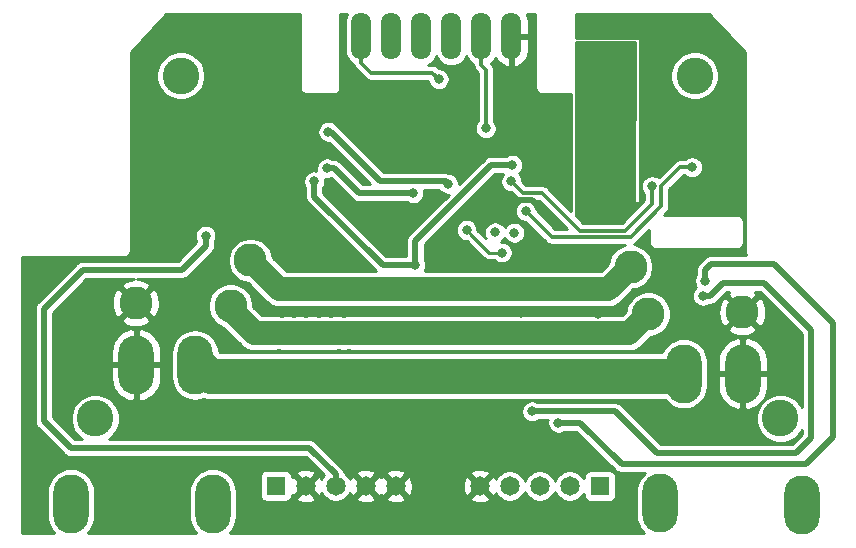
<source format=gbr>
%TF.GenerationSoftware,KiCad,Pcbnew,(5.1.10)-1*%
%TF.CreationDate,2021-11-03T13:15:42+05:30*%
%TF.ProjectId,Modbus_IO_Board,4d6f6462-7573-45f4-994f-5f426f617264,rev?*%
%TF.SameCoordinates,Original*%
%TF.FileFunction,Copper,L2,Bot*%
%TF.FilePolarity,Positive*%
%FSLAX46Y46*%
G04 Gerber Fmt 4.6, Leading zero omitted, Abs format (unit mm)*
G04 Created by KiCad (PCBNEW (5.1.10)-1) date 2021-11-03 13:15:42*
%MOMM*%
%LPD*%
G01*
G04 APERTURE LIST*
%TA.AperFunction,ComponentPad*%
%ADD10O,3.000000X5.000000*%
%TD*%
%TA.AperFunction,ComponentPad*%
%ADD11C,2.800000*%
%TD*%
%TA.AperFunction,ComponentPad*%
%ADD12C,0.800000*%
%TD*%
%TA.AperFunction,ComponentPad*%
%ADD13C,3.100000*%
%TD*%
%TA.AperFunction,ComponentPad*%
%ADD14R,1.650000X1.650000*%
%TD*%
%TA.AperFunction,ComponentPad*%
%ADD15C,1.650000*%
%TD*%
%TA.AperFunction,ComponentPad*%
%ADD16O,1.700000X4.000000*%
%TD*%
%TA.AperFunction,ViaPad*%
%ADD17C,0.400000*%
%TD*%
%TA.AperFunction,ViaPad*%
%ADD18C,0.800000*%
%TD*%
%TA.AperFunction,Conductor*%
%ADD19C,0.500000*%
%TD*%
%TA.AperFunction,Conductor*%
%ADD20C,0.300000*%
%TD*%
%TA.AperFunction,Conductor*%
%ADD21C,2.000000*%
%TD*%
%TA.AperFunction,Conductor*%
%ADD22C,0.250000*%
%TD*%
%TA.AperFunction,Conductor*%
%ADD23C,3.000000*%
%TD*%
%TA.AperFunction,Conductor*%
%ADD24C,0.254000*%
%TD*%
%TA.AperFunction,Conductor*%
%ADD25C,0.100000*%
%TD*%
G04 APERTURE END LIST*
D10*
%TO.P,12V,1*%
%TO.N,+12V*%
X216590000Y-110980000D03*
%TD*%
%TO.P,12V,1*%
%TO.N,+12V*%
X175220000Y-110250000D03*
%TD*%
%TO.P,GND,1*%
%TO.N,GND*%
X170220000Y-110240000D03*
%TD*%
%TO.P,GND,1*%
%TO.N,GND*%
X221590000Y-110980000D03*
%TD*%
D11*
%TO.P,B,1*%
%TO.N,/Data_B*%
X179900000Y-101400000D03*
%TD*%
%TO.P,A,1*%
%TO.N,/Data_A*%
X178220000Y-105250000D03*
%TD*%
D10*
%TO.P,Z1,*%
%TO.N,*%
X226590000Y-122140000D03*
%TD*%
%TO.P,Z2,*%
%TO.N,*%
X214580000Y-121970000D03*
%TD*%
D11*
%TO.P,A,1*%
%TO.N,/Data_A*%
X213590000Y-105940000D03*
%TD*%
%TO.P,B,1*%
%TO.N,/Data_B*%
X212090000Y-101940000D03*
%TD*%
D12*
%TO.P,TP1,1*%
%TO.N,/RXD*%
X200610000Y-99020000D03*
%TD*%
%TO.P,TP2,1*%
%TO.N,/TXD*%
X202249200Y-99040000D03*
%TD*%
%TO.P,TP3,1*%
%TO.N,/MAX_EN*%
X198200000Y-98820000D03*
%TD*%
D13*
%TO.P,H1,*%
%TO.N,*%
X174010000Y-85760000D03*
%TD*%
%TO.P,H4,*%
%TO.N,*%
X224770000Y-114780000D03*
%TD*%
%TO.P,H3,*%
%TO.N,*%
X166760000Y-114780000D03*
%TD*%
%TO.P,H2,*%
%TO.N,*%
X217520000Y-85760000D03*
%TD*%
D11*
%TO.P,GND,1*%
%TO.N,GND*%
X221550000Y-105770000D03*
%TD*%
%TO.P,GND,1*%
%TO.N,GND*%
X170200000Y-105010000D03*
%TD*%
D14*
%TO.P,J3,1*%
%TO.N,Net-(D11-Pad1)*%
X209490000Y-120500000D03*
D15*
%TO.P,J3,2*%
%TO.N,Net-(D11-Pad2)*%
X206950000Y-120500000D03*
%TO.P,J3,3*%
%TO.N,Net-(D10-Pad1)*%
X204410000Y-120500000D03*
%TO.P,J3,4*%
%TO.N,Net-(D10-Pad2)*%
X201870000Y-120500000D03*
%TO.P,J3,5*%
%TO.N,GND*%
X199330000Y-120500000D03*
%TD*%
D14*
%TO.P,J2,1*%
%TO.N,/I1-1*%
X182040000Y-120490000D03*
D15*
%TO.P,J2,2*%
%TO.N,GND*%
X184580000Y-120490000D03*
%TO.P,J2,3*%
%TO.N,/I2-1*%
X187120000Y-120490000D03*
%TO.P,J2,4*%
%TO.N,GND*%
X189660000Y-120490000D03*
%TO.P,J2,5*%
X192200000Y-120490000D03*
%TD*%
D10*
%TO.P,Z1,*%
%TO.N,*%
X176710000Y-122010000D03*
%TD*%
%TO.P,Z2,*%
%TO.N,*%
X164710000Y-122010000D03*
%TD*%
D16*
%TO.P,J1,6*%
%TO.N,GND*%
X201980000Y-82430000D03*
%TO.P,J1,5*%
%TO.N,/RSB*%
X199440000Y-82430000D03*
%TO.P,J1,4*%
%TO.N,/MOSI*%
X196900000Y-82430000D03*
%TO.P,J1,3*%
%TO.N,/SCK*%
X194360000Y-82430000D03*
%TO.P,J1,2*%
%TO.N,+3V3*%
X191820000Y-82430000D03*
%TO.P,J1,1*%
%TO.N,/MISO*%
X189280000Y-82430000D03*
%TD*%
D17*
%TO.N,GND*%
X182600000Y-105400000D03*
X183590000Y-105400000D03*
X184600000Y-105400000D03*
X185680000Y-105400000D03*
X186680000Y-105400000D03*
X187800000Y-105400000D03*
X182590000Y-106070000D03*
X183630000Y-106100000D03*
X184610000Y-106110000D03*
X185710000Y-106100000D03*
X186700000Y-106100000D03*
X187800000Y-106100000D03*
X188210000Y-109100000D03*
X187390000Y-109080000D03*
X183140000Y-109110000D03*
X182350000Y-109100000D03*
D18*
X202840000Y-105860000D03*
X209300000Y-105900000D03*
X206810000Y-93130000D03*
X213590000Y-92130000D03*
X213560000Y-89460000D03*
X208940000Y-102070000D03*
X181400000Y-92100000D03*
X181100000Y-95000000D03*
X181100000Y-89100000D03*
X179500000Y-87900000D03*
X179500000Y-96200000D03*
X183200000Y-114800000D03*
X192100000Y-115000000D03*
X217800000Y-91100000D03*
X196800000Y-93300000D03*
X196600000Y-99100000D03*
X190800000Y-97200000D03*
X204400000Y-97000000D03*
X187200000Y-95900000D03*
X184800000Y-97700000D03*
X190550000Y-90875000D03*
X192900000Y-96925000D03*
%TO.N,/RSB*%
X199825000Y-90225000D03*
%TO.N,+3V3*%
X185300000Y-94700000D03*
X202075000Y-93300000D03*
X193875000Y-101800000D03*
%TO.N,/MAX_EN*%
X201170000Y-100730000D03*
%TO.N,/MISO*%
X195850000Y-86050000D03*
%TO.N,/OUT2*%
X213900000Y-95100000D03*
X202000000Y-94700000D03*
%TO.N,/OUT1*%
X217300000Y-93500000D03*
X203200000Y-97200000D03*
%TO.N,/1Y*%
X186500000Y-90500000D03*
X196610000Y-94890000D03*
%TO.N,/2Y*%
X193700000Y-95700000D03*
X186400000Y-93600000D03*
%TO.N,/I2-1*%
X176100000Y-99300000D03*
%TO.N,Net-(D10-Pad1)*%
X218200000Y-104400000D03*
X203750000Y-114175000D03*
%TO.N,Net-(D11-Pad2)*%
X218400000Y-103100000D03*
X205975000Y-115125000D03*
%TD*%
D19*
%TO.N,GND*%
X201800000Y-96300000D02*
X200900000Y-95400000D01*
X203700000Y-96300000D02*
X201800000Y-96300000D01*
X204400000Y-97000000D02*
X203700000Y-96300000D01*
D20*
%TO.N,/RSB*%
X199460000Y-84860000D02*
X199460000Y-83550000D01*
X199840000Y-90210000D02*
X199840000Y-85240000D01*
X199840000Y-85240000D02*
X199460000Y-84860000D01*
X199825000Y-90225000D02*
X199840000Y-90210000D01*
D19*
%TO.N,+3V3*%
X193875000Y-99725000D02*
X200300000Y-93300000D01*
X191100000Y-101800000D02*
X185300000Y-96000000D01*
X193875000Y-101800000D02*
X191100000Y-101800000D01*
X193875000Y-101800000D02*
X193875000Y-99725000D01*
X185300000Y-96000000D02*
X185300000Y-94700000D01*
X200300000Y-93300000D02*
X202075000Y-93300000D01*
D21*
%TO.N,/Data_A*%
X180220000Y-107540000D02*
X211990000Y-107540000D01*
X211990000Y-107540000D02*
X213590000Y-105940000D01*
X178220000Y-105540000D02*
X180220000Y-107540000D01*
X178220000Y-105250000D02*
X178220000Y-105540000D01*
%TO.N,/Data_B*%
X210180000Y-103850000D02*
X212090000Y-101940000D01*
X182350000Y-103850000D02*
X210180000Y-103850000D01*
X179900000Y-101400000D02*
X182350000Y-103850000D01*
D22*
%TO.N,/MAX_EN*%
X198590000Y-99210000D02*
X198200000Y-98820000D01*
X200110000Y-100730000D02*
X198590000Y-99210000D01*
X201170000Y-100730000D02*
X200110000Y-100730000D01*
D20*
%TO.N,/MISO*%
X189280000Y-84680000D02*
X189280000Y-83530000D01*
X190100000Y-85500000D02*
X189280000Y-84680000D01*
X195300000Y-85500000D02*
X190100000Y-85500000D01*
X195850000Y-86050000D02*
X195300000Y-85500000D01*
D23*
%TO.N,+12V*%
X216380000Y-111190000D02*
X216590000Y-110980000D01*
X176460000Y-111190000D02*
X216380000Y-111190000D01*
X175520000Y-110250000D02*
X176460000Y-111190000D01*
D20*
%TO.N,/OUT2*%
X211600000Y-98900000D02*
X213900000Y-96600000D01*
X204590000Y-95690000D02*
X207800000Y-98900000D01*
X202990000Y-95690000D02*
X204590000Y-95690000D01*
X213900000Y-96600000D02*
X213900000Y-95100000D01*
X207800000Y-98900000D02*
X211600000Y-98900000D01*
X202000000Y-94700000D02*
X202990000Y-95690000D01*
%TO.N,/OUT1*%
X205400000Y-99400000D02*
X203200000Y-97200000D01*
X212100000Y-99400000D02*
X205400000Y-99400000D01*
X214700000Y-96800000D02*
X212100000Y-99400000D01*
X214700000Y-95100000D02*
X214700000Y-96800000D01*
X216300000Y-93500000D02*
X214700000Y-95100000D01*
X217300000Y-93500000D02*
X216300000Y-93500000D01*
D19*
%TO.N,/1Y*%
X186700000Y-90500000D02*
X186500000Y-90500000D01*
X190900000Y-94700000D02*
X186700000Y-90500000D01*
X196420000Y-94700000D02*
X190900000Y-94700000D01*
X196610000Y-94890000D02*
X196420000Y-94700000D01*
%TO.N,/2Y*%
X189100000Y-95700000D02*
X193700000Y-95700000D01*
X187000000Y-93600000D02*
X189100000Y-95700000D01*
X186400000Y-93600000D02*
X187000000Y-93600000D01*
%TO.N,/I2-1*%
X184900000Y-117300000D02*
X187120000Y-119520000D01*
X164700000Y-117300000D02*
X184900000Y-117300000D01*
X162400000Y-115000000D02*
X164700000Y-117300000D01*
X162400000Y-105500000D02*
X162400000Y-115000000D01*
X187120000Y-119520000D02*
X187120000Y-120490000D01*
X165700000Y-102200000D02*
X162400000Y-105500000D01*
X174100000Y-102200000D02*
X165700000Y-102200000D01*
X176100000Y-100200000D02*
X174100000Y-102200000D01*
X176100000Y-99300000D02*
X176100000Y-100200000D01*
%TO.N,Net-(D10-Pad1)*%
X219900000Y-103300000D02*
X218800000Y-104400000D01*
X227400000Y-116400000D02*
X227400000Y-107300000D01*
X223400000Y-103300000D02*
X219900000Y-103300000D01*
X226100000Y-117700000D02*
X227400000Y-116400000D01*
X218800000Y-104400000D02*
X218200000Y-104400000D01*
X227400000Y-107300000D02*
X223400000Y-103300000D01*
X214300000Y-117700000D02*
X226100000Y-117700000D01*
X210750000Y-114150000D02*
X214300000Y-117700000D01*
X203775000Y-114150000D02*
X210750000Y-114150000D01*
X203750000Y-114175000D02*
X203775000Y-114150000D01*
%TO.N,Net-(D11-Pad2)*%
X218400000Y-102200000D02*
X218400000Y-103100000D01*
X218900000Y-101700000D02*
X218400000Y-102200000D01*
X224200000Y-101700000D02*
X218900000Y-101700000D01*
X229200000Y-116375000D02*
X229200000Y-106700000D01*
X229200000Y-106700000D02*
X224200000Y-101700000D01*
X226950000Y-118625000D02*
X229200000Y-116375000D01*
X211325000Y-118625000D02*
X226950000Y-118625000D01*
X207825000Y-115125000D02*
X211325000Y-118625000D01*
X205975000Y-115125000D02*
X207825000Y-115125000D01*
%TD*%
D24*
%TO.N,GND*%
X221778001Y-83759305D02*
X221778000Y-100552891D01*
X221775330Y-100580000D01*
X221785988Y-100688211D01*
X221817552Y-100792263D01*
X221852590Y-100857814D01*
X221868809Y-100888158D01*
X221897403Y-100923000D01*
X218938163Y-100923000D01*
X218900000Y-100919241D01*
X218861836Y-100923000D01*
X218861834Y-100923000D01*
X218747681Y-100934243D01*
X218601216Y-100978673D01*
X218533725Y-101014748D01*
X218466233Y-101050823D01*
X218432298Y-101078673D01*
X218347920Y-101147920D01*
X218323587Y-101177570D01*
X217877570Y-101623587D01*
X217847920Y-101647920D01*
X217823591Y-101677566D01*
X217750823Y-101766234D01*
X217732775Y-101800000D01*
X217678673Y-101901217D01*
X217634243Y-102047682D01*
X217623000Y-102161834D01*
X217619241Y-102200000D01*
X217623000Y-102238163D01*
X217623000Y-102594307D01*
X217578504Y-102660901D01*
X217508624Y-102829604D01*
X217473000Y-103008699D01*
X217473000Y-103191301D01*
X217508624Y-103370396D01*
X217578504Y-103539099D01*
X217653004Y-103650598D01*
X217609072Y-103679952D01*
X217479952Y-103809072D01*
X217378504Y-103960901D01*
X217308624Y-104129604D01*
X217273000Y-104308699D01*
X217273000Y-104491301D01*
X217308624Y-104670396D01*
X217378504Y-104839099D01*
X217479952Y-104990928D01*
X217609072Y-105120048D01*
X217760901Y-105221496D01*
X217929604Y-105291376D01*
X218108699Y-105327000D01*
X218291301Y-105327000D01*
X218470396Y-105291376D01*
X218639099Y-105221496D01*
X218705693Y-105177000D01*
X218761837Y-105177000D01*
X218800000Y-105180759D01*
X218838163Y-105177000D01*
X218838166Y-105177000D01*
X218952319Y-105165757D01*
X219098784Y-105121327D01*
X219233766Y-105049177D01*
X219352080Y-104952080D01*
X219376412Y-104922431D01*
X220221844Y-104077000D01*
X220437682Y-104077000D01*
X220309158Y-104349553D01*
X221550000Y-105590395D01*
X222790842Y-104349553D01*
X222662318Y-104077000D01*
X223078157Y-104077000D01*
X226623001Y-107621845D01*
X226623000Y-113826074D01*
X226610614Y-113796171D01*
X226383311Y-113455989D01*
X226094011Y-113166689D01*
X225753829Y-112939386D01*
X225375839Y-112782818D01*
X224974567Y-112703000D01*
X224565433Y-112703000D01*
X224164161Y-112782818D01*
X223786171Y-112939386D01*
X223445989Y-113166689D01*
X223156689Y-113455989D01*
X222929386Y-113796171D01*
X222772818Y-114174161D01*
X222693000Y-114575433D01*
X222693000Y-114984567D01*
X222772818Y-115385839D01*
X222929386Y-115763829D01*
X223156689Y-116104011D01*
X223445989Y-116393311D01*
X223786171Y-116620614D01*
X224164161Y-116777182D01*
X224565433Y-116857000D01*
X224974567Y-116857000D01*
X225375839Y-116777182D01*
X225753829Y-116620614D01*
X226094011Y-116393311D01*
X226383311Y-116104011D01*
X226610614Y-115763829D01*
X226623000Y-115733926D01*
X226623000Y-116078156D01*
X225778157Y-116923000D01*
X214621844Y-116923000D01*
X211326413Y-113627570D01*
X211302080Y-113597920D01*
X211183766Y-113500823D01*
X211048784Y-113428673D01*
X210902319Y-113384243D01*
X210788166Y-113373000D01*
X210788163Y-113373000D01*
X210750000Y-113369241D01*
X210711837Y-113373000D01*
X204218277Y-113373000D01*
X204189099Y-113353504D01*
X204020396Y-113283624D01*
X203841301Y-113248000D01*
X203658699Y-113248000D01*
X203479604Y-113283624D01*
X203310901Y-113353504D01*
X203159072Y-113454952D01*
X203029952Y-113584072D01*
X202928504Y-113735901D01*
X202858624Y-113904604D01*
X202823000Y-114083699D01*
X202823000Y-114266301D01*
X202858624Y-114445396D01*
X202928504Y-114614099D01*
X203029952Y-114765928D01*
X203159072Y-114895048D01*
X203310901Y-114996496D01*
X203479604Y-115066376D01*
X203658699Y-115102000D01*
X203841301Y-115102000D01*
X204020396Y-115066376D01*
X204189099Y-114996496D01*
X204293108Y-114927000D01*
X205069224Y-114927000D01*
X205048000Y-115033699D01*
X205048000Y-115216301D01*
X205083624Y-115395396D01*
X205153504Y-115564099D01*
X205254952Y-115715928D01*
X205384072Y-115845048D01*
X205535901Y-115946496D01*
X205704604Y-116016376D01*
X205883699Y-116052000D01*
X206066301Y-116052000D01*
X206245396Y-116016376D01*
X206414099Y-115946496D01*
X206480693Y-115902000D01*
X207503157Y-115902000D01*
X210748592Y-119147436D01*
X210772920Y-119177080D01*
X210802564Y-119201408D01*
X210802565Y-119201409D01*
X210891233Y-119274177D01*
X211026216Y-119346327D01*
X211172681Y-119390757D01*
X211286834Y-119402000D01*
X211286843Y-119402000D01*
X211324999Y-119405758D01*
X211363155Y-119402000D01*
X213295436Y-119402000D01*
X213139760Y-119529760D01*
X212886457Y-119838411D01*
X212698236Y-120190549D01*
X212582330Y-120572640D01*
X212553000Y-120870430D01*
X212553001Y-123069571D01*
X212582331Y-123367361D01*
X212698237Y-123749452D01*
X212886458Y-124101589D01*
X213139761Y-124410240D01*
X213185772Y-124448000D01*
X178152078Y-124448000D01*
X178403543Y-124141589D01*
X178591764Y-123789452D01*
X178707670Y-123407361D01*
X178737000Y-123109571D01*
X178737000Y-120910429D01*
X178707670Y-120612639D01*
X178591764Y-120230548D01*
X178403543Y-119878411D01*
X178228402Y-119665000D01*
X180685451Y-119665000D01*
X180685451Y-121315000D01*
X180695626Y-121418310D01*
X180725761Y-121517650D01*
X180774696Y-121609202D01*
X180840552Y-121689448D01*
X180920798Y-121755304D01*
X181012350Y-121804239D01*
X181111690Y-121834374D01*
X181215000Y-121844549D01*
X182865000Y-121844549D01*
X182968310Y-121834374D01*
X183067650Y-121804239D01*
X183159202Y-121755304D01*
X183239448Y-121689448D01*
X183305304Y-121609202D01*
X183354239Y-121517650D01*
X183359426Y-121500551D01*
X183749054Y-121500551D01*
X183823663Y-121747073D01*
X184083439Y-121870473D01*
X184362297Y-121940823D01*
X184649521Y-121955417D01*
X184934074Y-121913697D01*
X185205020Y-121817265D01*
X185336337Y-121747073D01*
X185410946Y-121500551D01*
X184580000Y-120669605D01*
X183749054Y-121500551D01*
X183359426Y-121500551D01*
X183384374Y-121418310D01*
X183394549Y-121315000D01*
X183394549Y-121268013D01*
X183569449Y-121320946D01*
X184400395Y-120490000D01*
X183569449Y-119659054D01*
X183394549Y-119711987D01*
X183394549Y-119665000D01*
X183384374Y-119561690D01*
X183359427Y-119479449D01*
X183749054Y-119479449D01*
X184580000Y-120310395D01*
X185410946Y-119479449D01*
X185336337Y-119232927D01*
X185076561Y-119109527D01*
X184797703Y-119039177D01*
X184510479Y-119024583D01*
X184225926Y-119066303D01*
X183954980Y-119162735D01*
X183823663Y-119232927D01*
X183749054Y-119479449D01*
X183359427Y-119479449D01*
X183354239Y-119462350D01*
X183305304Y-119370798D01*
X183239448Y-119290552D01*
X183159202Y-119224696D01*
X183067650Y-119175761D01*
X182968310Y-119145626D01*
X182865000Y-119135451D01*
X181215000Y-119135451D01*
X181111690Y-119145626D01*
X181012350Y-119175761D01*
X180920798Y-119224696D01*
X180840552Y-119290552D01*
X180774696Y-119370798D01*
X180725761Y-119462350D01*
X180695626Y-119561690D01*
X180685451Y-119665000D01*
X178228402Y-119665000D01*
X178150240Y-119569760D01*
X177841589Y-119316457D01*
X177489451Y-119128236D01*
X177107360Y-119012330D01*
X176710000Y-118973193D01*
X176312639Y-119012330D01*
X175930548Y-119128236D01*
X175578411Y-119316457D01*
X175269760Y-119569760D01*
X175016457Y-119878411D01*
X174828236Y-120230549D01*
X174712330Y-120612640D01*
X174683000Y-120910430D01*
X174683001Y-123109571D01*
X174712331Y-123407361D01*
X174828237Y-123789452D01*
X175016458Y-124141589D01*
X175267923Y-124448000D01*
X166152078Y-124448000D01*
X166403543Y-124141589D01*
X166591764Y-123789452D01*
X166707670Y-123407361D01*
X166737000Y-123109571D01*
X166737000Y-120910429D01*
X166707670Y-120612639D01*
X166591764Y-120230548D01*
X166403543Y-119878411D01*
X166150240Y-119569760D01*
X165841589Y-119316457D01*
X165489451Y-119128236D01*
X165107360Y-119012330D01*
X164710000Y-118973193D01*
X164312639Y-119012330D01*
X163930548Y-119128236D01*
X163578411Y-119316457D01*
X163269760Y-119569760D01*
X163016457Y-119878411D01*
X162828236Y-120230549D01*
X162712330Y-120612640D01*
X162683000Y-120910430D01*
X162683001Y-123109571D01*
X162712331Y-123407361D01*
X162828237Y-123789452D01*
X163016458Y-124141589D01*
X163267923Y-124448000D01*
X160552000Y-124448000D01*
X160552000Y-105500000D01*
X161619241Y-105500000D01*
X161623000Y-105538163D01*
X161623001Y-114961827D01*
X161619241Y-115000000D01*
X161634244Y-115152318D01*
X161678673Y-115298783D01*
X161750823Y-115433766D01*
X161823591Y-115522434D01*
X161847921Y-115552080D01*
X161877565Y-115576408D01*
X164123590Y-117822434D01*
X164147920Y-117852080D01*
X164177564Y-117876408D01*
X164177565Y-117876409D01*
X164266233Y-117949177D01*
X164359041Y-117998784D01*
X164401216Y-118021327D01*
X164547681Y-118065757D01*
X164661834Y-118077000D01*
X164661843Y-118077000D01*
X164699999Y-118080758D01*
X164738155Y-118077000D01*
X184578157Y-118077000D01*
X186099570Y-119598413D01*
X186069833Y-119628150D01*
X185921873Y-119849588D01*
X185911070Y-119875670D01*
X185907265Y-119864980D01*
X185837073Y-119733663D01*
X185590551Y-119659054D01*
X184759605Y-120490000D01*
X185590551Y-121320946D01*
X185837073Y-121246337D01*
X185908023Y-121096976D01*
X185921873Y-121130412D01*
X186069833Y-121351850D01*
X186258150Y-121540167D01*
X186479588Y-121688127D01*
X186725636Y-121790044D01*
X186986840Y-121842000D01*
X187253160Y-121842000D01*
X187514364Y-121790044D01*
X187760412Y-121688127D01*
X187981850Y-121540167D01*
X188021466Y-121500551D01*
X188829054Y-121500551D01*
X188903663Y-121747073D01*
X189163439Y-121870473D01*
X189442297Y-121940823D01*
X189729521Y-121955417D01*
X190014074Y-121913697D01*
X190285020Y-121817265D01*
X190416337Y-121747073D01*
X190490946Y-121500551D01*
X191369054Y-121500551D01*
X191443663Y-121747073D01*
X191703439Y-121870473D01*
X191982297Y-121940823D01*
X192269521Y-121955417D01*
X192554074Y-121913697D01*
X192825020Y-121817265D01*
X192956337Y-121747073D01*
X193027919Y-121510551D01*
X198499054Y-121510551D01*
X198573663Y-121757073D01*
X198833439Y-121880473D01*
X199112297Y-121950823D01*
X199399521Y-121965417D01*
X199684074Y-121923697D01*
X199955020Y-121827265D01*
X200086337Y-121757073D01*
X200160946Y-121510551D01*
X199330000Y-120679605D01*
X198499054Y-121510551D01*
X193027919Y-121510551D01*
X193030946Y-121500551D01*
X192200000Y-120669605D01*
X191369054Y-121500551D01*
X190490946Y-121500551D01*
X189660000Y-120669605D01*
X188829054Y-121500551D01*
X188021466Y-121500551D01*
X188170167Y-121351850D01*
X188318127Y-121130412D01*
X188328930Y-121104330D01*
X188332735Y-121115020D01*
X188402927Y-121246337D01*
X188649449Y-121320946D01*
X189480395Y-120490000D01*
X189839605Y-120490000D01*
X190670551Y-121320946D01*
X190917073Y-121246337D01*
X190929238Y-121220728D01*
X190942927Y-121246337D01*
X191189449Y-121320946D01*
X192020395Y-120490000D01*
X192379605Y-120490000D01*
X193210551Y-121320946D01*
X193457073Y-121246337D01*
X193580473Y-120986561D01*
X193650823Y-120707703D01*
X193657844Y-120569521D01*
X197864583Y-120569521D01*
X197906303Y-120854074D01*
X198002735Y-121125020D01*
X198072927Y-121256337D01*
X198319449Y-121330946D01*
X199150395Y-120500000D01*
X199509605Y-120500000D01*
X200340551Y-121330946D01*
X200587073Y-121256337D01*
X200658023Y-121106976D01*
X200671873Y-121140412D01*
X200819833Y-121361850D01*
X201008150Y-121550167D01*
X201229588Y-121698127D01*
X201475636Y-121800044D01*
X201736840Y-121852000D01*
X202003160Y-121852000D01*
X202264364Y-121800044D01*
X202510412Y-121698127D01*
X202731850Y-121550167D01*
X202920167Y-121361850D01*
X203068127Y-121140412D01*
X203140000Y-120966896D01*
X203211873Y-121140412D01*
X203359833Y-121361850D01*
X203548150Y-121550167D01*
X203769588Y-121698127D01*
X204015636Y-121800044D01*
X204276840Y-121852000D01*
X204543160Y-121852000D01*
X204804364Y-121800044D01*
X205050412Y-121698127D01*
X205271850Y-121550167D01*
X205460167Y-121361850D01*
X205608127Y-121140412D01*
X205680000Y-120966896D01*
X205751873Y-121140412D01*
X205899833Y-121361850D01*
X206088150Y-121550167D01*
X206309588Y-121698127D01*
X206555636Y-121800044D01*
X206816840Y-121852000D01*
X207083160Y-121852000D01*
X207344364Y-121800044D01*
X207590412Y-121698127D01*
X207811850Y-121550167D01*
X208000167Y-121361850D01*
X208135451Y-121159383D01*
X208135451Y-121325000D01*
X208145626Y-121428310D01*
X208175761Y-121527650D01*
X208224696Y-121619202D01*
X208290552Y-121699448D01*
X208370798Y-121765304D01*
X208462350Y-121814239D01*
X208561690Y-121844374D01*
X208665000Y-121854549D01*
X210315000Y-121854549D01*
X210418310Y-121844374D01*
X210517650Y-121814239D01*
X210609202Y-121765304D01*
X210689448Y-121699448D01*
X210755304Y-121619202D01*
X210804239Y-121527650D01*
X210834374Y-121428310D01*
X210844549Y-121325000D01*
X210844549Y-119675000D01*
X210834374Y-119571690D01*
X210804239Y-119472350D01*
X210755304Y-119380798D01*
X210689448Y-119300552D01*
X210609202Y-119234696D01*
X210517650Y-119185761D01*
X210418310Y-119155626D01*
X210315000Y-119145451D01*
X208665000Y-119145451D01*
X208561690Y-119155626D01*
X208462350Y-119185761D01*
X208370798Y-119234696D01*
X208290552Y-119300552D01*
X208224696Y-119380798D01*
X208175761Y-119472350D01*
X208145626Y-119571690D01*
X208135451Y-119675000D01*
X208135451Y-119840617D01*
X208000167Y-119638150D01*
X207811850Y-119449833D01*
X207590412Y-119301873D01*
X207344364Y-119199956D01*
X207083160Y-119148000D01*
X206816840Y-119148000D01*
X206555636Y-119199956D01*
X206309588Y-119301873D01*
X206088150Y-119449833D01*
X205899833Y-119638150D01*
X205751873Y-119859588D01*
X205680000Y-120033104D01*
X205608127Y-119859588D01*
X205460167Y-119638150D01*
X205271850Y-119449833D01*
X205050412Y-119301873D01*
X204804364Y-119199956D01*
X204543160Y-119148000D01*
X204276840Y-119148000D01*
X204015636Y-119199956D01*
X203769588Y-119301873D01*
X203548150Y-119449833D01*
X203359833Y-119638150D01*
X203211873Y-119859588D01*
X203140000Y-120033104D01*
X203068127Y-119859588D01*
X202920167Y-119638150D01*
X202731850Y-119449833D01*
X202510412Y-119301873D01*
X202264364Y-119199956D01*
X202003160Y-119148000D01*
X201736840Y-119148000D01*
X201475636Y-119199956D01*
X201229588Y-119301873D01*
X201008150Y-119449833D01*
X200819833Y-119638150D01*
X200671873Y-119859588D01*
X200661070Y-119885670D01*
X200657265Y-119874980D01*
X200587073Y-119743663D01*
X200340551Y-119669054D01*
X199509605Y-120500000D01*
X199150395Y-120500000D01*
X198319449Y-119669054D01*
X198072927Y-119743663D01*
X197949527Y-120003439D01*
X197879177Y-120282297D01*
X197864583Y-120569521D01*
X193657844Y-120569521D01*
X193665417Y-120420479D01*
X193623697Y-120135926D01*
X193527265Y-119864980D01*
X193457073Y-119733663D01*
X193210551Y-119659054D01*
X192379605Y-120490000D01*
X192020395Y-120490000D01*
X191189449Y-119659054D01*
X190942927Y-119733663D01*
X190930762Y-119759272D01*
X190917073Y-119733663D01*
X190670551Y-119659054D01*
X189839605Y-120490000D01*
X189480395Y-120490000D01*
X188649449Y-119659054D01*
X188402927Y-119733663D01*
X188331977Y-119883024D01*
X188318127Y-119849588D01*
X188170167Y-119628150D01*
X188021466Y-119479449D01*
X188829054Y-119479449D01*
X189660000Y-120310395D01*
X190490946Y-119479449D01*
X191369054Y-119479449D01*
X192200000Y-120310395D01*
X193020946Y-119489449D01*
X198499054Y-119489449D01*
X199330000Y-120320395D01*
X200160946Y-119489449D01*
X200086337Y-119242927D01*
X199826561Y-119119527D01*
X199547703Y-119049177D01*
X199260479Y-119034583D01*
X198975926Y-119076303D01*
X198704980Y-119172735D01*
X198573663Y-119242927D01*
X198499054Y-119489449D01*
X193020946Y-119489449D01*
X193030946Y-119479449D01*
X192956337Y-119232927D01*
X192696561Y-119109527D01*
X192417703Y-119039177D01*
X192130479Y-119024583D01*
X191845926Y-119066303D01*
X191574980Y-119162735D01*
X191443663Y-119232927D01*
X191369054Y-119479449D01*
X190490946Y-119479449D01*
X190416337Y-119232927D01*
X190156561Y-119109527D01*
X189877703Y-119039177D01*
X189590479Y-119024583D01*
X189305926Y-119066303D01*
X189034980Y-119162735D01*
X188903663Y-119232927D01*
X188829054Y-119479449D01*
X188021466Y-119479449D01*
X187981850Y-119439833D01*
X187886595Y-119376185D01*
X187885757Y-119367681D01*
X187841327Y-119221216D01*
X187800923Y-119145626D01*
X187769177Y-119086233D01*
X187696409Y-118997565D01*
X187696408Y-118997564D01*
X187672080Y-118967920D01*
X187642437Y-118943593D01*
X185476412Y-116777569D01*
X185452080Y-116747920D01*
X185333766Y-116650823D01*
X185198784Y-116578673D01*
X185052319Y-116534243D01*
X184938166Y-116523000D01*
X184938163Y-116523000D01*
X184900000Y-116519241D01*
X184861837Y-116523000D01*
X167889918Y-116523000D01*
X168084011Y-116393311D01*
X168373311Y-116104011D01*
X168600614Y-115763829D01*
X168757182Y-115385839D01*
X168837000Y-114984567D01*
X168837000Y-114575433D01*
X168757182Y-114174161D01*
X168600614Y-113796171D01*
X168373311Y-113455989D01*
X168084011Y-113166689D01*
X167743829Y-112939386D01*
X167365839Y-112782818D01*
X166964567Y-112703000D01*
X166555433Y-112703000D01*
X166154161Y-112782818D01*
X165776171Y-112939386D01*
X165435989Y-113166689D01*
X165146689Y-113455989D01*
X164919386Y-113796171D01*
X164762818Y-114174161D01*
X164683000Y-114575433D01*
X164683000Y-114984567D01*
X164762818Y-115385839D01*
X164919386Y-115763829D01*
X165146689Y-116104011D01*
X165435989Y-116393311D01*
X165630082Y-116523000D01*
X165021844Y-116523000D01*
X163177000Y-114678157D01*
X163177000Y-110367000D01*
X168085000Y-110367000D01*
X168085000Y-111367000D01*
X168150800Y-111781078D01*
X168296118Y-112174362D01*
X168515370Y-112531739D01*
X168800130Y-112839475D01*
X169139454Y-113085744D01*
X169520303Y-113261083D01*
X169761167Y-113325113D01*
X170093000Y-113212165D01*
X170093000Y-110367000D01*
X170347000Y-110367000D01*
X170347000Y-113212165D01*
X170678833Y-113325113D01*
X170919697Y-113261083D01*
X171300546Y-113085744D01*
X171639870Y-112839475D01*
X171924630Y-112531739D01*
X172143882Y-112174362D01*
X172289200Y-111781078D01*
X172355000Y-111367000D01*
X172355000Y-110367000D01*
X170347000Y-110367000D01*
X170093000Y-110367000D01*
X168085000Y-110367000D01*
X163177000Y-110367000D01*
X163177000Y-109113000D01*
X168085000Y-109113000D01*
X168085000Y-110113000D01*
X170093000Y-110113000D01*
X170093000Y-107267835D01*
X170347000Y-107267835D01*
X170347000Y-110113000D01*
X172355000Y-110113000D01*
X172355000Y-109150430D01*
X173193000Y-109150430D01*
X173193001Y-111349571D01*
X173222331Y-111647361D01*
X173338237Y-112029452D01*
X173526458Y-112381589D01*
X173779761Y-112690240D01*
X174088412Y-112943543D01*
X174440549Y-113131764D01*
X174822640Y-113247670D01*
X175220000Y-113286807D01*
X175617361Y-113247670D01*
X175938896Y-113150133D01*
X176062638Y-113187670D01*
X176460000Y-113226807D01*
X176559571Y-113217000D01*
X214982966Y-113217000D01*
X215149761Y-113420240D01*
X215458412Y-113673543D01*
X215810549Y-113861764D01*
X216192640Y-113977670D01*
X216590000Y-114016807D01*
X216987361Y-113977670D01*
X217369452Y-113861764D01*
X217721589Y-113673543D01*
X218030240Y-113420240D01*
X218283543Y-113111589D01*
X218471764Y-112759452D01*
X218587670Y-112377361D01*
X218617000Y-112079571D01*
X218617000Y-111107000D01*
X219455000Y-111107000D01*
X219455000Y-112107000D01*
X219520800Y-112521078D01*
X219666118Y-112914362D01*
X219885370Y-113271739D01*
X220170130Y-113579475D01*
X220509454Y-113825744D01*
X220890303Y-114001083D01*
X221131167Y-114065113D01*
X221463000Y-113952165D01*
X221463000Y-111107000D01*
X221717000Y-111107000D01*
X221717000Y-113952165D01*
X222048833Y-114065113D01*
X222289697Y-114001083D01*
X222670546Y-113825744D01*
X223009870Y-113579475D01*
X223294630Y-113271739D01*
X223513882Y-112914362D01*
X223659200Y-112521078D01*
X223725000Y-112107000D01*
X223725000Y-111107000D01*
X221717000Y-111107000D01*
X221463000Y-111107000D01*
X219455000Y-111107000D01*
X218617000Y-111107000D01*
X218617000Y-111079571D01*
X218626807Y-110980000D01*
X218617000Y-110880429D01*
X218617000Y-109880429D01*
X218614299Y-109853000D01*
X219455000Y-109853000D01*
X219455000Y-110853000D01*
X221463000Y-110853000D01*
X221463000Y-108007835D01*
X221717000Y-108007835D01*
X221717000Y-110853000D01*
X223725000Y-110853000D01*
X223725000Y-109853000D01*
X223659200Y-109438922D01*
X223513882Y-109045638D01*
X223294630Y-108688261D01*
X223009870Y-108380525D01*
X222670546Y-108134256D01*
X222289697Y-107958917D01*
X222048833Y-107894887D01*
X221717000Y-108007835D01*
X221463000Y-108007835D01*
X221131167Y-107894887D01*
X220890303Y-107958917D01*
X220509454Y-108134256D01*
X220170130Y-108380525D01*
X219885370Y-108688261D01*
X219666118Y-109045638D01*
X219520800Y-109438922D01*
X219455000Y-109853000D01*
X218614299Y-109853000D01*
X218587670Y-109582639D01*
X218471764Y-109200548D01*
X218283543Y-108848411D01*
X218030240Y-108539760D01*
X217721589Y-108286457D01*
X217369451Y-108098236D01*
X216987360Y-107982330D01*
X216590000Y-107943193D01*
X216192639Y-107982330D01*
X215810548Y-108098236D01*
X215458411Y-108286457D01*
X215149760Y-108539760D01*
X214896457Y-108848411D01*
X214728306Y-109163000D01*
X177299610Y-109163000D01*
X177242626Y-109106016D01*
X177217670Y-108852639D01*
X177101764Y-108470548D01*
X176913543Y-108118411D01*
X176660240Y-107809760D01*
X176351589Y-107556457D01*
X175999451Y-107368236D01*
X175617360Y-107252330D01*
X175220000Y-107213193D01*
X174822639Y-107252330D01*
X174440548Y-107368236D01*
X174088411Y-107556457D01*
X173779760Y-107809760D01*
X173526457Y-108118411D01*
X173338236Y-108470549D01*
X173222330Y-108852640D01*
X173193000Y-109150430D01*
X172355000Y-109150430D01*
X172355000Y-109113000D01*
X172289200Y-108698922D01*
X172143882Y-108305638D01*
X171924630Y-107948261D01*
X171639870Y-107640525D01*
X171300546Y-107394256D01*
X170919697Y-107218917D01*
X170678833Y-107154887D01*
X170347000Y-107267835D01*
X170093000Y-107267835D01*
X169761167Y-107154887D01*
X169520303Y-107218917D01*
X169139454Y-107394256D01*
X168800130Y-107640525D01*
X168515370Y-107948261D01*
X168296118Y-108305638D01*
X168150800Y-108698922D01*
X168085000Y-109113000D01*
X163177000Y-109113000D01*
X163177000Y-106430447D01*
X168959158Y-106430447D01*
X169103135Y-106735770D01*
X169460892Y-106916597D01*
X169847053Y-107024155D01*
X170246777Y-107054310D01*
X170644704Y-107005904D01*
X171025540Y-106880795D01*
X171296865Y-106735770D01*
X171440842Y-106430447D01*
X170200000Y-105189605D01*
X168959158Y-106430447D01*
X163177000Y-106430447D01*
X163177000Y-105821843D01*
X163942066Y-105056777D01*
X168155690Y-105056777D01*
X168204096Y-105454704D01*
X168329205Y-105835540D01*
X168474230Y-106106865D01*
X168779553Y-106250842D01*
X170020395Y-105010000D01*
X170379605Y-105010000D01*
X171620447Y-106250842D01*
X171925770Y-106106865D01*
X172106597Y-105749108D01*
X172214155Y-105362947D01*
X172236993Y-105060207D01*
X176293000Y-105060207D01*
X176293000Y-105439793D01*
X176367053Y-105812085D01*
X176512315Y-106162777D01*
X176723201Y-106478391D01*
X176991609Y-106746799D01*
X177307223Y-106957685D01*
X177599069Y-107078572D01*
X179087208Y-108566711D01*
X179135024Y-108624976D01*
X179367540Y-108815797D01*
X179632815Y-108957590D01*
X179920656Y-109044905D01*
X180144989Y-109067000D01*
X180144998Y-109067000D01*
X180219999Y-109074387D01*
X180295000Y-109067000D01*
X211914999Y-109067000D01*
X211990000Y-109074387D01*
X212065001Y-109067000D01*
X212065011Y-109067000D01*
X212289344Y-109044905D01*
X212577185Y-108957590D01*
X212842460Y-108815797D01*
X213074976Y-108624976D01*
X213122796Y-108566707D01*
X213833109Y-107856395D01*
X214152085Y-107792947D01*
X214502777Y-107647685D01*
X214818391Y-107436799D01*
X215064743Y-107190447D01*
X220309158Y-107190447D01*
X220453135Y-107495770D01*
X220810892Y-107676597D01*
X221197053Y-107784155D01*
X221596777Y-107814310D01*
X221994704Y-107765904D01*
X222375540Y-107640795D01*
X222646865Y-107495770D01*
X222790842Y-107190447D01*
X221550000Y-105949605D01*
X220309158Y-107190447D01*
X215064743Y-107190447D01*
X215086799Y-107168391D01*
X215297685Y-106852777D01*
X215442947Y-106502085D01*
X215517000Y-106129793D01*
X215517000Y-105816777D01*
X219505690Y-105816777D01*
X219554096Y-106214704D01*
X219679205Y-106595540D01*
X219824230Y-106866865D01*
X220129553Y-107010842D01*
X221370395Y-105770000D01*
X221729605Y-105770000D01*
X222970447Y-107010842D01*
X223275770Y-106866865D01*
X223456597Y-106509108D01*
X223564155Y-106122947D01*
X223594310Y-105723223D01*
X223545904Y-105325296D01*
X223420795Y-104944460D01*
X223275770Y-104673135D01*
X222970447Y-104529158D01*
X221729605Y-105770000D01*
X221370395Y-105770000D01*
X220129553Y-104529158D01*
X219824230Y-104673135D01*
X219643403Y-105030892D01*
X219535845Y-105417053D01*
X219505690Y-105816777D01*
X215517000Y-105816777D01*
X215517000Y-105750207D01*
X215442947Y-105377915D01*
X215297685Y-105027223D01*
X215086799Y-104711609D01*
X214818391Y-104443201D01*
X214502777Y-104232315D01*
X214152085Y-104087053D01*
X213779793Y-104013000D01*
X213400207Y-104013000D01*
X213027915Y-104087053D01*
X212677223Y-104232315D01*
X212361609Y-104443201D01*
X212093201Y-104711609D01*
X211882315Y-105027223D01*
X211737053Y-105377915D01*
X211673605Y-105696891D01*
X211357496Y-106013000D01*
X180852504Y-106013000D01*
X180147000Y-105307497D01*
X180147000Y-105060207D01*
X180072947Y-104687915D01*
X179927685Y-104337223D01*
X179716799Y-104021609D01*
X179448391Y-103753201D01*
X179132777Y-103542315D01*
X178782085Y-103397053D01*
X178409793Y-103323000D01*
X178030207Y-103323000D01*
X177657915Y-103397053D01*
X177307223Y-103542315D01*
X176991609Y-103753201D01*
X176723201Y-104021609D01*
X176512315Y-104337223D01*
X176367053Y-104687915D01*
X176293000Y-105060207D01*
X172236993Y-105060207D01*
X172244310Y-104963223D01*
X172195904Y-104565296D01*
X172070795Y-104184460D01*
X171925770Y-103913135D01*
X171620447Y-103769158D01*
X170379605Y-105010000D01*
X170020395Y-105010000D01*
X168779553Y-103769158D01*
X168474230Y-103913135D01*
X168293403Y-104270892D01*
X168185845Y-104657053D01*
X168155690Y-105056777D01*
X163942066Y-105056777D01*
X166021844Y-102977000D01*
X170060248Y-102977000D01*
X169755296Y-103014096D01*
X169374460Y-103139205D01*
X169103135Y-103284230D01*
X168959158Y-103589553D01*
X170200000Y-104830395D01*
X171440842Y-103589553D01*
X171296865Y-103284230D01*
X170939108Y-103103403D01*
X170552947Y-102995845D01*
X170303144Y-102977000D01*
X174061837Y-102977000D01*
X174100000Y-102980759D01*
X174138163Y-102977000D01*
X174138166Y-102977000D01*
X174252319Y-102965757D01*
X174398784Y-102921327D01*
X174533766Y-102849177D01*
X174652080Y-102752080D01*
X174676412Y-102722431D01*
X176622436Y-100776408D01*
X176652080Y-100752080D01*
X176676409Y-100722435D01*
X176749177Y-100633767D01*
X176821327Y-100498784D01*
X176827242Y-100479284D01*
X176865757Y-100352319D01*
X176877000Y-100238166D01*
X176877000Y-100238157D01*
X176880758Y-100200001D01*
X176877000Y-100161845D01*
X176877000Y-99805693D01*
X176921496Y-99739099D01*
X176991376Y-99570396D01*
X177027000Y-99391301D01*
X177027000Y-99208699D01*
X176991376Y-99029604D01*
X176921496Y-98860901D01*
X176820048Y-98709072D01*
X176690928Y-98579952D01*
X176539099Y-98478504D01*
X176370396Y-98408624D01*
X176191301Y-98373000D01*
X176008699Y-98373000D01*
X175829604Y-98408624D01*
X175660901Y-98478504D01*
X175509072Y-98579952D01*
X175379952Y-98709072D01*
X175278504Y-98860901D01*
X175208624Y-99029604D01*
X175173000Y-99208699D01*
X175173000Y-99391301D01*
X175208624Y-99570396D01*
X175278504Y-99739099D01*
X175323000Y-99805693D01*
X175323000Y-99878156D01*
X173778157Y-101423000D01*
X165738163Y-101423000D01*
X165700000Y-101419241D01*
X165661836Y-101423000D01*
X165661834Y-101423000D01*
X165547681Y-101434243D01*
X165401216Y-101478673D01*
X165359040Y-101501217D01*
X165266234Y-101550823D01*
X165218749Y-101589793D01*
X165147920Y-101647920D01*
X165123592Y-101677564D01*
X161877570Y-104923587D01*
X161847920Y-104947920D01*
X161823591Y-104977566D01*
X161750823Y-105066234D01*
X161718986Y-105125797D01*
X161678673Y-105201217D01*
X161634243Y-105347682D01*
X161623000Y-105461834D01*
X161619241Y-105500000D01*
X160552000Y-105500000D01*
X160552000Y-101132000D01*
X169172891Y-101132000D01*
X169200000Y-101134670D01*
X169227108Y-101132000D01*
X169227109Y-101132000D01*
X169308211Y-101124012D01*
X169412263Y-101092448D01*
X169508158Y-101041191D01*
X169592211Y-100972211D01*
X169661191Y-100888158D01*
X169712448Y-100792263D01*
X169744012Y-100688211D01*
X169754670Y-100580000D01*
X169752000Y-100552891D01*
X169752000Y-85555433D01*
X171933000Y-85555433D01*
X171933000Y-85964567D01*
X172012818Y-86365839D01*
X172169386Y-86743829D01*
X172396689Y-87084011D01*
X172685989Y-87373311D01*
X173026171Y-87600614D01*
X173404161Y-87757182D01*
X173805433Y-87837000D01*
X174214567Y-87837000D01*
X174615839Y-87757182D01*
X174993829Y-87600614D01*
X175334011Y-87373311D01*
X175623311Y-87084011D01*
X175850614Y-86743829D01*
X176007182Y-86365839D01*
X176087000Y-85964567D01*
X176087000Y-85555433D01*
X176007182Y-85154161D01*
X175850614Y-84776171D01*
X175623311Y-84435989D01*
X175334011Y-84146689D01*
X174993829Y-83919386D01*
X174615839Y-83762818D01*
X174214567Y-83683000D01*
X173805433Y-83683000D01*
X173404161Y-83762818D01*
X173026171Y-83919386D01*
X172685989Y-84146689D01*
X172396689Y-84435989D01*
X172169386Y-84776171D01*
X172012818Y-85154161D01*
X171933000Y-85555433D01*
X169752000Y-85555433D01*
X169752000Y-83759304D01*
X172778019Y-80552087D01*
X184082000Y-80556198D01*
X184082001Y-86769281D01*
X184079330Y-86796400D01*
X184089988Y-86904611D01*
X184121552Y-87008663D01*
X184172809Y-87104558D01*
X184241789Y-87188611D01*
X184325842Y-87257591D01*
X184421737Y-87308848D01*
X184525789Y-87340412D01*
X184606891Y-87348400D01*
X184606892Y-87348400D01*
X184634000Y-87351070D01*
X184661109Y-87348400D01*
X186946891Y-87348400D01*
X186974000Y-87351070D01*
X187001108Y-87348400D01*
X187001109Y-87348400D01*
X187082211Y-87340412D01*
X187186263Y-87308848D01*
X187282158Y-87257591D01*
X187366211Y-87188611D01*
X187435191Y-87104558D01*
X187486448Y-87008663D01*
X187518012Y-86904611D01*
X187528670Y-86796400D01*
X187526000Y-86769291D01*
X187526000Y-80556400D01*
X188105410Y-80556400D01*
X188001663Y-80750496D01*
X187922925Y-81010062D01*
X187903000Y-81212361D01*
X187903001Y-83647640D01*
X187922926Y-83849939D01*
X188001664Y-84109505D01*
X188129528Y-84348721D01*
X188301604Y-84558397D01*
X188511280Y-84730473D01*
X188609887Y-84783180D01*
X188612796Y-84812714D01*
X188651508Y-84940329D01*
X188714372Y-85057940D01*
X188767766Y-85123000D01*
X188798973Y-85161026D01*
X188824800Y-85182222D01*
X189597774Y-85955196D01*
X189618973Y-85981027D01*
X189722059Y-86065628D01*
X189839670Y-86128492D01*
X189967285Y-86167204D01*
X190066748Y-86177000D01*
X190066757Y-86177000D01*
X190099999Y-86180274D01*
X190133241Y-86177000D01*
X194930101Y-86177000D01*
X194958624Y-86320396D01*
X195028504Y-86489099D01*
X195129952Y-86640928D01*
X195259072Y-86770048D01*
X195410901Y-86871496D01*
X195579604Y-86941376D01*
X195758699Y-86977000D01*
X195941301Y-86977000D01*
X196120396Y-86941376D01*
X196289099Y-86871496D01*
X196440928Y-86770048D01*
X196570048Y-86640928D01*
X196671496Y-86489099D01*
X196741376Y-86320396D01*
X196777000Y-86141301D01*
X196777000Y-85958699D01*
X196741376Y-85779604D01*
X196671496Y-85610901D01*
X196570048Y-85459072D01*
X196440928Y-85329952D01*
X196289099Y-85228504D01*
X196120396Y-85158624D01*
X195941301Y-85123000D01*
X195880422Y-85123000D01*
X195802226Y-85044804D01*
X195781027Y-85018973D01*
X195677941Y-84934372D01*
X195560330Y-84871508D01*
X195432715Y-84832796D01*
X195333252Y-84823000D01*
X195333245Y-84823000D01*
X195300000Y-84819726D01*
X195266755Y-84823000D01*
X194955616Y-84823000D01*
X195128721Y-84730473D01*
X195338397Y-84558397D01*
X195510473Y-84348721D01*
X195630001Y-84125101D01*
X195749528Y-84348721D01*
X195921604Y-84558397D01*
X196131280Y-84730473D01*
X196370496Y-84858337D01*
X196630062Y-84937075D01*
X196900000Y-84963662D01*
X197169939Y-84937075D01*
X197429505Y-84858337D01*
X197668721Y-84730473D01*
X197878397Y-84558397D01*
X198050473Y-84348721D01*
X198170001Y-84125101D01*
X198289528Y-84348721D01*
X198461604Y-84558397D01*
X198671280Y-84730473D01*
X198783000Y-84790189D01*
X198783000Y-84826755D01*
X198779726Y-84860000D01*
X198783000Y-84893245D01*
X198783000Y-84893251D01*
X198792796Y-84992714D01*
X198831508Y-85120329D01*
X198894372Y-85237940D01*
X198978973Y-85341026D01*
X199004801Y-85362223D01*
X199163001Y-85520422D01*
X199163000Y-89576024D01*
X199104952Y-89634072D01*
X199003504Y-89785901D01*
X198933624Y-89954604D01*
X198898000Y-90133699D01*
X198898000Y-90316301D01*
X198933624Y-90495396D01*
X199003504Y-90664099D01*
X199104952Y-90815928D01*
X199234072Y-90945048D01*
X199385901Y-91046496D01*
X199554604Y-91116376D01*
X199733699Y-91152000D01*
X199916301Y-91152000D01*
X200095396Y-91116376D01*
X200264099Y-91046496D01*
X200415928Y-90945048D01*
X200545048Y-90815928D01*
X200646496Y-90664099D01*
X200716376Y-90495396D01*
X200752000Y-90316301D01*
X200752000Y-90133699D01*
X200716376Y-89954604D01*
X200646496Y-89785901D01*
X200545048Y-89634072D01*
X200517000Y-89606024D01*
X200517000Y-85273241D01*
X200520274Y-85239999D01*
X200517000Y-85206757D01*
X200517000Y-85206748D01*
X200507204Y-85107285D01*
X200468492Y-84979670D01*
X200405628Y-84862059D01*
X200321027Y-84758973D01*
X200295191Y-84737769D01*
X200252207Y-84694785D01*
X200418397Y-84558397D01*
X200590473Y-84348721D01*
X200647341Y-84242328D01*
X200656639Y-84265618D01*
X200815824Y-84510619D01*
X201019748Y-84719857D01*
X201260574Y-84885291D01*
X201529047Y-85000563D01*
X201623110Y-85021476D01*
X201853000Y-84900155D01*
X201853000Y-82557000D01*
X202107000Y-82557000D01*
X202107000Y-84900155D01*
X202336890Y-85021476D01*
X202430953Y-85000563D01*
X202699426Y-84885291D01*
X202940252Y-84719857D01*
X203144176Y-84510619D01*
X203303361Y-84265618D01*
X203411690Y-83994269D01*
X203465000Y-83707000D01*
X203465000Y-82557000D01*
X202107000Y-82557000D01*
X201853000Y-82557000D01*
X201833000Y-82557000D01*
X201833000Y-82303000D01*
X201853000Y-82303000D01*
X201853000Y-82283000D01*
X202107000Y-82283000D01*
X202107000Y-82303000D01*
X203465000Y-82303000D01*
X203465000Y-81153000D01*
X203411690Y-80865731D01*
X203303361Y-80594382D01*
X203278683Y-80556400D01*
X204034400Y-80556400D01*
X204034401Y-86759081D01*
X204031730Y-86786200D01*
X204042388Y-86894411D01*
X204073952Y-86998463D01*
X204125209Y-87094358D01*
X204194189Y-87178411D01*
X204278242Y-87247391D01*
X204374137Y-87298648D01*
X204478189Y-87330212D01*
X204559291Y-87338200D01*
X204559292Y-87338200D01*
X204586400Y-87340870D01*
X204613509Y-87338200D01*
X206870691Y-87338200D01*
X206897800Y-87340870D01*
X206924908Y-87338200D01*
X206924909Y-87338200D01*
X207006011Y-87330212D01*
X207073000Y-87309891D01*
X207073000Y-97215577D01*
X205092226Y-95234804D01*
X205071027Y-95208973D01*
X204967941Y-95124372D01*
X204850330Y-95061508D01*
X204722715Y-95022796D01*
X204623252Y-95013000D01*
X204623245Y-95013000D01*
X204590000Y-95009726D01*
X204556755Y-95013000D01*
X203270422Y-95013000D01*
X202927000Y-94669578D01*
X202927000Y-94608699D01*
X202891376Y-94429604D01*
X202821496Y-94260901D01*
X202720048Y-94109072D01*
X202645005Y-94034029D01*
X202665928Y-94020048D01*
X202795048Y-93890928D01*
X202896496Y-93739099D01*
X202966376Y-93570396D01*
X203002000Y-93391301D01*
X203002000Y-93208699D01*
X202966376Y-93029604D01*
X202896496Y-92860901D01*
X202795048Y-92709072D01*
X202665928Y-92579952D01*
X202514099Y-92478504D01*
X202345396Y-92408624D01*
X202166301Y-92373000D01*
X201983699Y-92373000D01*
X201804604Y-92408624D01*
X201635901Y-92478504D01*
X201569307Y-92523000D01*
X200338155Y-92523000D01*
X200299999Y-92519242D01*
X200261843Y-92523000D01*
X200261834Y-92523000D01*
X200147681Y-92534243D01*
X200001216Y-92578673D01*
X199866233Y-92650823D01*
X199777565Y-92723591D01*
X199747920Y-92747920D01*
X199723592Y-92777564D01*
X197537000Y-94964156D01*
X197537000Y-94798699D01*
X197501376Y-94619604D01*
X197431496Y-94450901D01*
X197330048Y-94299072D01*
X197200928Y-94169952D01*
X197049099Y-94068504D01*
X196880396Y-93998624D01*
X196701301Y-93963000D01*
X196667117Y-93963000D01*
X196572319Y-93934243D01*
X196458166Y-93923000D01*
X196458163Y-93923000D01*
X196420000Y-93919241D01*
X196381837Y-93923000D01*
X191221844Y-93923000D01*
X187276413Y-89977570D01*
X187252080Y-89947920D01*
X187238630Y-89936882D01*
X187220048Y-89909072D01*
X187090928Y-89779952D01*
X186939099Y-89678504D01*
X186770396Y-89608624D01*
X186591301Y-89573000D01*
X186408699Y-89573000D01*
X186229604Y-89608624D01*
X186060901Y-89678504D01*
X185909072Y-89779952D01*
X185779952Y-89909072D01*
X185678504Y-90060901D01*
X185608624Y-90229604D01*
X185573000Y-90408699D01*
X185573000Y-90591301D01*
X185608624Y-90770396D01*
X185678504Y-90939099D01*
X185779952Y-91090928D01*
X185909072Y-91220048D01*
X186060901Y-91321496D01*
X186229604Y-91391376D01*
X186408699Y-91427000D01*
X186528157Y-91427000D01*
X190024156Y-94923000D01*
X189421844Y-94923000D01*
X187576412Y-93077569D01*
X187552080Y-93047920D01*
X187433766Y-92950823D01*
X187298784Y-92878673D01*
X187152319Y-92834243D01*
X187038166Y-92823000D01*
X187038163Y-92823000D01*
X187000000Y-92819241D01*
X186961837Y-92823000D01*
X186905693Y-92823000D01*
X186839099Y-92778504D01*
X186670396Y-92708624D01*
X186491301Y-92673000D01*
X186308699Y-92673000D01*
X186129604Y-92708624D01*
X185960901Y-92778504D01*
X185809072Y-92879952D01*
X185679952Y-93009072D01*
X185578504Y-93160901D01*
X185508624Y-93329604D01*
X185473000Y-93508699D01*
X185473000Y-93691301D01*
X185493286Y-93793286D01*
X185391301Y-93773000D01*
X185208699Y-93773000D01*
X185029604Y-93808624D01*
X184860901Y-93878504D01*
X184709072Y-93979952D01*
X184579952Y-94109072D01*
X184478504Y-94260901D01*
X184408624Y-94429604D01*
X184373000Y-94608699D01*
X184373000Y-94791301D01*
X184408624Y-94970396D01*
X184478504Y-95139099D01*
X184523001Y-95205693D01*
X184523000Y-95961836D01*
X184519241Y-96000000D01*
X184523000Y-96038163D01*
X184523000Y-96038165D01*
X184534243Y-96152318D01*
X184564506Y-96252080D01*
X184578673Y-96298783D01*
X184650823Y-96433766D01*
X184696811Y-96489803D01*
X184747920Y-96552080D01*
X184777570Y-96576413D01*
X190523592Y-102322436D01*
X190524055Y-102323000D01*
X182982504Y-102323000D01*
X181816395Y-101156892D01*
X181752947Y-100837915D01*
X181607685Y-100487223D01*
X181396799Y-100171609D01*
X181128391Y-99903201D01*
X180812777Y-99692315D01*
X180462085Y-99547053D01*
X180089793Y-99473000D01*
X179710207Y-99473000D01*
X179337915Y-99547053D01*
X178987223Y-99692315D01*
X178671609Y-99903201D01*
X178403201Y-100171609D01*
X178192315Y-100487223D01*
X178047053Y-100837915D01*
X177973000Y-101210207D01*
X177973000Y-101589793D01*
X178047053Y-101962085D01*
X178192315Y-102312777D01*
X178403201Y-102628391D01*
X178671609Y-102896799D01*
X178987223Y-103107685D01*
X179337915Y-103252947D01*
X179656892Y-103316395D01*
X181217208Y-104876712D01*
X181265024Y-104934976D01*
X181497540Y-105125797D01*
X181762815Y-105267590D01*
X182050656Y-105354905D01*
X182274989Y-105377000D01*
X182274998Y-105377000D01*
X182349999Y-105384387D01*
X182425000Y-105377000D01*
X210104999Y-105377000D01*
X210180000Y-105384387D01*
X210255001Y-105377000D01*
X210255011Y-105377000D01*
X210479344Y-105354905D01*
X210767185Y-105267590D01*
X211032460Y-105125797D01*
X211264976Y-104934976D01*
X211312797Y-104876706D01*
X212333109Y-103856395D01*
X212652085Y-103792947D01*
X213002777Y-103647685D01*
X213318391Y-103436799D01*
X213586799Y-103168391D01*
X213797685Y-102852777D01*
X213942947Y-102502085D01*
X214017000Y-102129793D01*
X214017000Y-101750207D01*
X213942947Y-101377915D01*
X213797685Y-101027223D01*
X213586799Y-100711609D01*
X213318391Y-100443201D01*
X213002777Y-100232315D01*
X212652085Y-100087053D01*
X212359279Y-100028811D01*
X212360330Y-100028492D01*
X212477941Y-99965628D01*
X212581027Y-99881027D01*
X212602226Y-99855196D01*
X213648001Y-98809421D01*
X213648000Y-99872891D01*
X213645330Y-99900000D01*
X213655988Y-100008211D01*
X213687552Y-100112263D01*
X213719273Y-100171609D01*
X213738809Y-100208158D01*
X213807789Y-100292211D01*
X213891842Y-100361191D01*
X213987737Y-100412448D01*
X214091789Y-100444012D01*
X214200000Y-100454670D01*
X214227108Y-100452000D01*
X221072892Y-100452000D01*
X221100000Y-100454670D01*
X221208211Y-100444012D01*
X221312263Y-100412448D01*
X221408158Y-100361191D01*
X221492211Y-100292211D01*
X221561191Y-100208158D01*
X221612448Y-100112263D01*
X221644012Y-100008211D01*
X221652000Y-99927109D01*
X221652000Y-99927108D01*
X221654670Y-99900000D01*
X221652000Y-99872891D01*
X221652000Y-98127109D01*
X221654670Y-98100000D01*
X221644012Y-97991789D01*
X221612448Y-97887737D01*
X221561191Y-97791842D01*
X221492211Y-97707789D01*
X221408158Y-97638809D01*
X221312263Y-97587552D01*
X221208211Y-97555988D01*
X221127109Y-97548000D01*
X221127108Y-97548000D01*
X221100000Y-97545330D01*
X221072891Y-97548000D01*
X214909422Y-97548000D01*
X215155196Y-97302226D01*
X215181027Y-97281027D01*
X215265628Y-97177941D01*
X215328492Y-97060330D01*
X215367204Y-96932715D01*
X215377000Y-96833252D01*
X215377000Y-96833243D01*
X215380274Y-96800001D01*
X215377000Y-96766759D01*
X215377000Y-95380422D01*
X216580423Y-94177000D01*
X216666024Y-94177000D01*
X216709072Y-94220048D01*
X216860901Y-94321496D01*
X217029604Y-94391376D01*
X217208699Y-94427000D01*
X217391301Y-94427000D01*
X217570396Y-94391376D01*
X217739099Y-94321496D01*
X217890928Y-94220048D01*
X218020048Y-94090928D01*
X218121496Y-93939099D01*
X218191376Y-93770396D01*
X218227000Y-93591301D01*
X218227000Y-93408699D01*
X218191376Y-93229604D01*
X218121496Y-93060901D01*
X218020048Y-92909072D01*
X217890928Y-92779952D01*
X217739099Y-92678504D01*
X217570396Y-92608624D01*
X217391301Y-92573000D01*
X217208699Y-92573000D01*
X217029604Y-92608624D01*
X216860901Y-92678504D01*
X216709072Y-92779952D01*
X216666024Y-92823000D01*
X216333252Y-92823000D01*
X216300000Y-92819725D01*
X216167285Y-92832796D01*
X216039670Y-92871508D01*
X215922059Y-92934372D01*
X215902014Y-92950823D01*
X215818973Y-93018973D01*
X215797778Y-93044799D01*
X214473962Y-94368616D01*
X214339099Y-94278504D01*
X214170396Y-94208624D01*
X213991301Y-94173000D01*
X213808699Y-94173000D01*
X213629604Y-94208624D01*
X213460901Y-94278504D01*
X213309072Y-94379952D01*
X213179952Y-94509072D01*
X213078504Y-94660901D01*
X213008624Y-94829604D01*
X212973000Y-95008699D01*
X212973000Y-95191301D01*
X213008624Y-95370396D01*
X213078504Y-95539099D01*
X213179952Y-95690928D01*
X213223001Y-95733977D01*
X213223000Y-96319578D01*
X211319578Y-98223000D01*
X208080423Y-98223000D01*
X207427000Y-97569577D01*
X207427000Y-86943239D01*
X207441812Y-86894411D01*
X207452470Y-86786200D01*
X207449800Y-86759091D01*
X207449800Y-82927000D01*
X212472062Y-82927000D01*
X212373003Y-96399066D01*
X212375440Y-96424776D01*
X212382667Y-96448601D01*
X212394403Y-96470557D01*
X212410197Y-96489803D01*
X212429443Y-96505597D01*
X212451399Y-96517333D01*
X212475224Y-96524560D01*
X212500000Y-96527000D01*
X212800000Y-96527000D01*
X212824776Y-96524560D01*
X212848601Y-96517333D01*
X212870557Y-96505597D01*
X212889803Y-96489803D01*
X212905597Y-96470557D01*
X212917333Y-96448601D01*
X212924560Y-96424776D01*
X212927000Y-96400000D01*
X212927000Y-85555433D01*
X215443000Y-85555433D01*
X215443000Y-85964567D01*
X215522818Y-86365839D01*
X215679386Y-86743829D01*
X215906689Y-87084011D01*
X216195989Y-87373311D01*
X216536171Y-87600614D01*
X216914161Y-87757182D01*
X217315433Y-87837000D01*
X217724567Y-87837000D01*
X218125839Y-87757182D01*
X218503829Y-87600614D01*
X218844011Y-87373311D01*
X219133311Y-87084011D01*
X219360614Y-86743829D01*
X219517182Y-86365839D01*
X219597000Y-85964567D01*
X219597000Y-85555433D01*
X219517182Y-85154161D01*
X219360614Y-84776171D01*
X219133311Y-84435989D01*
X218844011Y-84146689D01*
X218503829Y-83919386D01*
X218125839Y-83762818D01*
X217724567Y-83683000D01*
X217315433Y-83683000D01*
X216914161Y-83762818D01*
X216536171Y-83919386D01*
X216195989Y-84146689D01*
X215906689Y-84435989D01*
X215679386Y-84776171D01*
X215522818Y-85154161D01*
X215443000Y-85555433D01*
X212927000Y-85555433D01*
X212927000Y-82800000D01*
X212924560Y-82775224D01*
X212917333Y-82751399D01*
X212905597Y-82729443D01*
X212889803Y-82710197D01*
X212789803Y-82610197D01*
X212770557Y-82594403D01*
X212748601Y-82582667D01*
X212724776Y-82575440D01*
X212700000Y-82573000D01*
X207449800Y-82573000D01*
X207449800Y-80556198D01*
X218751982Y-80552087D01*
X221778001Y-83759305D01*
%TA.AperFunction,Conductor*%
D25*
G36*
X221778001Y-83759305D02*
G01*
X221778000Y-100552891D01*
X221775330Y-100580000D01*
X221785988Y-100688211D01*
X221817552Y-100792263D01*
X221852590Y-100857814D01*
X221868809Y-100888158D01*
X221897403Y-100923000D01*
X218938163Y-100923000D01*
X218900000Y-100919241D01*
X218861836Y-100923000D01*
X218861834Y-100923000D01*
X218747681Y-100934243D01*
X218601216Y-100978673D01*
X218533725Y-101014748D01*
X218466233Y-101050823D01*
X218432298Y-101078673D01*
X218347920Y-101147920D01*
X218323587Y-101177570D01*
X217877570Y-101623587D01*
X217847920Y-101647920D01*
X217823591Y-101677566D01*
X217750823Y-101766234D01*
X217732775Y-101800000D01*
X217678673Y-101901217D01*
X217634243Y-102047682D01*
X217623000Y-102161834D01*
X217619241Y-102200000D01*
X217623000Y-102238163D01*
X217623000Y-102594307D01*
X217578504Y-102660901D01*
X217508624Y-102829604D01*
X217473000Y-103008699D01*
X217473000Y-103191301D01*
X217508624Y-103370396D01*
X217578504Y-103539099D01*
X217653004Y-103650598D01*
X217609072Y-103679952D01*
X217479952Y-103809072D01*
X217378504Y-103960901D01*
X217308624Y-104129604D01*
X217273000Y-104308699D01*
X217273000Y-104491301D01*
X217308624Y-104670396D01*
X217378504Y-104839099D01*
X217479952Y-104990928D01*
X217609072Y-105120048D01*
X217760901Y-105221496D01*
X217929604Y-105291376D01*
X218108699Y-105327000D01*
X218291301Y-105327000D01*
X218470396Y-105291376D01*
X218639099Y-105221496D01*
X218705693Y-105177000D01*
X218761837Y-105177000D01*
X218800000Y-105180759D01*
X218838163Y-105177000D01*
X218838166Y-105177000D01*
X218952319Y-105165757D01*
X219098784Y-105121327D01*
X219233766Y-105049177D01*
X219352080Y-104952080D01*
X219376412Y-104922431D01*
X220221844Y-104077000D01*
X220437682Y-104077000D01*
X220309158Y-104349553D01*
X221550000Y-105590395D01*
X222790842Y-104349553D01*
X222662318Y-104077000D01*
X223078157Y-104077000D01*
X226623001Y-107621845D01*
X226623000Y-113826074D01*
X226610614Y-113796171D01*
X226383311Y-113455989D01*
X226094011Y-113166689D01*
X225753829Y-112939386D01*
X225375839Y-112782818D01*
X224974567Y-112703000D01*
X224565433Y-112703000D01*
X224164161Y-112782818D01*
X223786171Y-112939386D01*
X223445989Y-113166689D01*
X223156689Y-113455989D01*
X222929386Y-113796171D01*
X222772818Y-114174161D01*
X222693000Y-114575433D01*
X222693000Y-114984567D01*
X222772818Y-115385839D01*
X222929386Y-115763829D01*
X223156689Y-116104011D01*
X223445989Y-116393311D01*
X223786171Y-116620614D01*
X224164161Y-116777182D01*
X224565433Y-116857000D01*
X224974567Y-116857000D01*
X225375839Y-116777182D01*
X225753829Y-116620614D01*
X226094011Y-116393311D01*
X226383311Y-116104011D01*
X226610614Y-115763829D01*
X226623000Y-115733926D01*
X226623000Y-116078156D01*
X225778157Y-116923000D01*
X214621844Y-116923000D01*
X211326413Y-113627570D01*
X211302080Y-113597920D01*
X211183766Y-113500823D01*
X211048784Y-113428673D01*
X210902319Y-113384243D01*
X210788166Y-113373000D01*
X210788163Y-113373000D01*
X210750000Y-113369241D01*
X210711837Y-113373000D01*
X204218277Y-113373000D01*
X204189099Y-113353504D01*
X204020396Y-113283624D01*
X203841301Y-113248000D01*
X203658699Y-113248000D01*
X203479604Y-113283624D01*
X203310901Y-113353504D01*
X203159072Y-113454952D01*
X203029952Y-113584072D01*
X202928504Y-113735901D01*
X202858624Y-113904604D01*
X202823000Y-114083699D01*
X202823000Y-114266301D01*
X202858624Y-114445396D01*
X202928504Y-114614099D01*
X203029952Y-114765928D01*
X203159072Y-114895048D01*
X203310901Y-114996496D01*
X203479604Y-115066376D01*
X203658699Y-115102000D01*
X203841301Y-115102000D01*
X204020396Y-115066376D01*
X204189099Y-114996496D01*
X204293108Y-114927000D01*
X205069224Y-114927000D01*
X205048000Y-115033699D01*
X205048000Y-115216301D01*
X205083624Y-115395396D01*
X205153504Y-115564099D01*
X205254952Y-115715928D01*
X205384072Y-115845048D01*
X205535901Y-115946496D01*
X205704604Y-116016376D01*
X205883699Y-116052000D01*
X206066301Y-116052000D01*
X206245396Y-116016376D01*
X206414099Y-115946496D01*
X206480693Y-115902000D01*
X207503157Y-115902000D01*
X210748592Y-119147436D01*
X210772920Y-119177080D01*
X210802564Y-119201408D01*
X210802565Y-119201409D01*
X210891233Y-119274177D01*
X211026216Y-119346327D01*
X211172681Y-119390757D01*
X211286834Y-119402000D01*
X211286843Y-119402000D01*
X211324999Y-119405758D01*
X211363155Y-119402000D01*
X213295436Y-119402000D01*
X213139760Y-119529760D01*
X212886457Y-119838411D01*
X212698236Y-120190549D01*
X212582330Y-120572640D01*
X212553000Y-120870430D01*
X212553001Y-123069571D01*
X212582331Y-123367361D01*
X212698237Y-123749452D01*
X212886458Y-124101589D01*
X213139761Y-124410240D01*
X213185772Y-124448000D01*
X178152078Y-124448000D01*
X178403543Y-124141589D01*
X178591764Y-123789452D01*
X178707670Y-123407361D01*
X178737000Y-123109571D01*
X178737000Y-120910429D01*
X178707670Y-120612639D01*
X178591764Y-120230548D01*
X178403543Y-119878411D01*
X178228402Y-119665000D01*
X180685451Y-119665000D01*
X180685451Y-121315000D01*
X180695626Y-121418310D01*
X180725761Y-121517650D01*
X180774696Y-121609202D01*
X180840552Y-121689448D01*
X180920798Y-121755304D01*
X181012350Y-121804239D01*
X181111690Y-121834374D01*
X181215000Y-121844549D01*
X182865000Y-121844549D01*
X182968310Y-121834374D01*
X183067650Y-121804239D01*
X183159202Y-121755304D01*
X183239448Y-121689448D01*
X183305304Y-121609202D01*
X183354239Y-121517650D01*
X183359426Y-121500551D01*
X183749054Y-121500551D01*
X183823663Y-121747073D01*
X184083439Y-121870473D01*
X184362297Y-121940823D01*
X184649521Y-121955417D01*
X184934074Y-121913697D01*
X185205020Y-121817265D01*
X185336337Y-121747073D01*
X185410946Y-121500551D01*
X184580000Y-120669605D01*
X183749054Y-121500551D01*
X183359426Y-121500551D01*
X183384374Y-121418310D01*
X183394549Y-121315000D01*
X183394549Y-121268013D01*
X183569449Y-121320946D01*
X184400395Y-120490000D01*
X183569449Y-119659054D01*
X183394549Y-119711987D01*
X183394549Y-119665000D01*
X183384374Y-119561690D01*
X183359427Y-119479449D01*
X183749054Y-119479449D01*
X184580000Y-120310395D01*
X185410946Y-119479449D01*
X185336337Y-119232927D01*
X185076561Y-119109527D01*
X184797703Y-119039177D01*
X184510479Y-119024583D01*
X184225926Y-119066303D01*
X183954980Y-119162735D01*
X183823663Y-119232927D01*
X183749054Y-119479449D01*
X183359427Y-119479449D01*
X183354239Y-119462350D01*
X183305304Y-119370798D01*
X183239448Y-119290552D01*
X183159202Y-119224696D01*
X183067650Y-119175761D01*
X182968310Y-119145626D01*
X182865000Y-119135451D01*
X181215000Y-119135451D01*
X181111690Y-119145626D01*
X181012350Y-119175761D01*
X180920798Y-119224696D01*
X180840552Y-119290552D01*
X180774696Y-119370798D01*
X180725761Y-119462350D01*
X180695626Y-119561690D01*
X180685451Y-119665000D01*
X178228402Y-119665000D01*
X178150240Y-119569760D01*
X177841589Y-119316457D01*
X177489451Y-119128236D01*
X177107360Y-119012330D01*
X176710000Y-118973193D01*
X176312639Y-119012330D01*
X175930548Y-119128236D01*
X175578411Y-119316457D01*
X175269760Y-119569760D01*
X175016457Y-119878411D01*
X174828236Y-120230549D01*
X174712330Y-120612640D01*
X174683000Y-120910430D01*
X174683001Y-123109571D01*
X174712331Y-123407361D01*
X174828237Y-123789452D01*
X175016458Y-124141589D01*
X175267923Y-124448000D01*
X166152078Y-124448000D01*
X166403543Y-124141589D01*
X166591764Y-123789452D01*
X166707670Y-123407361D01*
X166737000Y-123109571D01*
X166737000Y-120910429D01*
X166707670Y-120612639D01*
X166591764Y-120230548D01*
X166403543Y-119878411D01*
X166150240Y-119569760D01*
X165841589Y-119316457D01*
X165489451Y-119128236D01*
X165107360Y-119012330D01*
X164710000Y-118973193D01*
X164312639Y-119012330D01*
X163930548Y-119128236D01*
X163578411Y-119316457D01*
X163269760Y-119569760D01*
X163016457Y-119878411D01*
X162828236Y-120230549D01*
X162712330Y-120612640D01*
X162683000Y-120910430D01*
X162683001Y-123109571D01*
X162712331Y-123407361D01*
X162828237Y-123789452D01*
X163016458Y-124141589D01*
X163267923Y-124448000D01*
X160552000Y-124448000D01*
X160552000Y-105500000D01*
X161619241Y-105500000D01*
X161623000Y-105538163D01*
X161623001Y-114961827D01*
X161619241Y-115000000D01*
X161634244Y-115152318D01*
X161678673Y-115298783D01*
X161750823Y-115433766D01*
X161823591Y-115522434D01*
X161847921Y-115552080D01*
X161877565Y-115576408D01*
X164123590Y-117822434D01*
X164147920Y-117852080D01*
X164177564Y-117876408D01*
X164177565Y-117876409D01*
X164266233Y-117949177D01*
X164359041Y-117998784D01*
X164401216Y-118021327D01*
X164547681Y-118065757D01*
X164661834Y-118077000D01*
X164661843Y-118077000D01*
X164699999Y-118080758D01*
X164738155Y-118077000D01*
X184578157Y-118077000D01*
X186099570Y-119598413D01*
X186069833Y-119628150D01*
X185921873Y-119849588D01*
X185911070Y-119875670D01*
X185907265Y-119864980D01*
X185837073Y-119733663D01*
X185590551Y-119659054D01*
X184759605Y-120490000D01*
X185590551Y-121320946D01*
X185837073Y-121246337D01*
X185908023Y-121096976D01*
X185921873Y-121130412D01*
X186069833Y-121351850D01*
X186258150Y-121540167D01*
X186479588Y-121688127D01*
X186725636Y-121790044D01*
X186986840Y-121842000D01*
X187253160Y-121842000D01*
X187514364Y-121790044D01*
X187760412Y-121688127D01*
X187981850Y-121540167D01*
X188021466Y-121500551D01*
X188829054Y-121500551D01*
X188903663Y-121747073D01*
X189163439Y-121870473D01*
X189442297Y-121940823D01*
X189729521Y-121955417D01*
X190014074Y-121913697D01*
X190285020Y-121817265D01*
X190416337Y-121747073D01*
X190490946Y-121500551D01*
X191369054Y-121500551D01*
X191443663Y-121747073D01*
X191703439Y-121870473D01*
X191982297Y-121940823D01*
X192269521Y-121955417D01*
X192554074Y-121913697D01*
X192825020Y-121817265D01*
X192956337Y-121747073D01*
X193027919Y-121510551D01*
X198499054Y-121510551D01*
X198573663Y-121757073D01*
X198833439Y-121880473D01*
X199112297Y-121950823D01*
X199399521Y-121965417D01*
X199684074Y-121923697D01*
X199955020Y-121827265D01*
X200086337Y-121757073D01*
X200160946Y-121510551D01*
X199330000Y-120679605D01*
X198499054Y-121510551D01*
X193027919Y-121510551D01*
X193030946Y-121500551D01*
X192200000Y-120669605D01*
X191369054Y-121500551D01*
X190490946Y-121500551D01*
X189660000Y-120669605D01*
X188829054Y-121500551D01*
X188021466Y-121500551D01*
X188170167Y-121351850D01*
X188318127Y-121130412D01*
X188328930Y-121104330D01*
X188332735Y-121115020D01*
X188402927Y-121246337D01*
X188649449Y-121320946D01*
X189480395Y-120490000D01*
X189839605Y-120490000D01*
X190670551Y-121320946D01*
X190917073Y-121246337D01*
X190929238Y-121220728D01*
X190942927Y-121246337D01*
X191189449Y-121320946D01*
X192020395Y-120490000D01*
X192379605Y-120490000D01*
X193210551Y-121320946D01*
X193457073Y-121246337D01*
X193580473Y-120986561D01*
X193650823Y-120707703D01*
X193657844Y-120569521D01*
X197864583Y-120569521D01*
X197906303Y-120854074D01*
X198002735Y-121125020D01*
X198072927Y-121256337D01*
X198319449Y-121330946D01*
X199150395Y-120500000D01*
X199509605Y-120500000D01*
X200340551Y-121330946D01*
X200587073Y-121256337D01*
X200658023Y-121106976D01*
X200671873Y-121140412D01*
X200819833Y-121361850D01*
X201008150Y-121550167D01*
X201229588Y-121698127D01*
X201475636Y-121800044D01*
X201736840Y-121852000D01*
X202003160Y-121852000D01*
X202264364Y-121800044D01*
X202510412Y-121698127D01*
X202731850Y-121550167D01*
X202920167Y-121361850D01*
X203068127Y-121140412D01*
X203140000Y-120966896D01*
X203211873Y-121140412D01*
X203359833Y-121361850D01*
X203548150Y-121550167D01*
X203769588Y-121698127D01*
X204015636Y-121800044D01*
X204276840Y-121852000D01*
X204543160Y-121852000D01*
X204804364Y-121800044D01*
X205050412Y-121698127D01*
X205271850Y-121550167D01*
X205460167Y-121361850D01*
X205608127Y-121140412D01*
X205680000Y-120966896D01*
X205751873Y-121140412D01*
X205899833Y-121361850D01*
X206088150Y-121550167D01*
X206309588Y-121698127D01*
X206555636Y-121800044D01*
X206816840Y-121852000D01*
X207083160Y-121852000D01*
X207344364Y-121800044D01*
X207590412Y-121698127D01*
X207811850Y-121550167D01*
X208000167Y-121361850D01*
X208135451Y-121159383D01*
X208135451Y-121325000D01*
X208145626Y-121428310D01*
X208175761Y-121527650D01*
X208224696Y-121619202D01*
X208290552Y-121699448D01*
X208370798Y-121765304D01*
X208462350Y-121814239D01*
X208561690Y-121844374D01*
X208665000Y-121854549D01*
X210315000Y-121854549D01*
X210418310Y-121844374D01*
X210517650Y-121814239D01*
X210609202Y-121765304D01*
X210689448Y-121699448D01*
X210755304Y-121619202D01*
X210804239Y-121527650D01*
X210834374Y-121428310D01*
X210844549Y-121325000D01*
X210844549Y-119675000D01*
X210834374Y-119571690D01*
X210804239Y-119472350D01*
X210755304Y-119380798D01*
X210689448Y-119300552D01*
X210609202Y-119234696D01*
X210517650Y-119185761D01*
X210418310Y-119155626D01*
X210315000Y-119145451D01*
X208665000Y-119145451D01*
X208561690Y-119155626D01*
X208462350Y-119185761D01*
X208370798Y-119234696D01*
X208290552Y-119300552D01*
X208224696Y-119380798D01*
X208175761Y-119472350D01*
X208145626Y-119571690D01*
X208135451Y-119675000D01*
X208135451Y-119840617D01*
X208000167Y-119638150D01*
X207811850Y-119449833D01*
X207590412Y-119301873D01*
X207344364Y-119199956D01*
X207083160Y-119148000D01*
X206816840Y-119148000D01*
X206555636Y-119199956D01*
X206309588Y-119301873D01*
X206088150Y-119449833D01*
X205899833Y-119638150D01*
X205751873Y-119859588D01*
X205680000Y-120033104D01*
X205608127Y-119859588D01*
X205460167Y-119638150D01*
X205271850Y-119449833D01*
X205050412Y-119301873D01*
X204804364Y-119199956D01*
X204543160Y-119148000D01*
X204276840Y-119148000D01*
X204015636Y-119199956D01*
X203769588Y-119301873D01*
X203548150Y-119449833D01*
X203359833Y-119638150D01*
X203211873Y-119859588D01*
X203140000Y-120033104D01*
X203068127Y-119859588D01*
X202920167Y-119638150D01*
X202731850Y-119449833D01*
X202510412Y-119301873D01*
X202264364Y-119199956D01*
X202003160Y-119148000D01*
X201736840Y-119148000D01*
X201475636Y-119199956D01*
X201229588Y-119301873D01*
X201008150Y-119449833D01*
X200819833Y-119638150D01*
X200671873Y-119859588D01*
X200661070Y-119885670D01*
X200657265Y-119874980D01*
X200587073Y-119743663D01*
X200340551Y-119669054D01*
X199509605Y-120500000D01*
X199150395Y-120500000D01*
X198319449Y-119669054D01*
X198072927Y-119743663D01*
X197949527Y-120003439D01*
X197879177Y-120282297D01*
X197864583Y-120569521D01*
X193657844Y-120569521D01*
X193665417Y-120420479D01*
X193623697Y-120135926D01*
X193527265Y-119864980D01*
X193457073Y-119733663D01*
X193210551Y-119659054D01*
X192379605Y-120490000D01*
X192020395Y-120490000D01*
X191189449Y-119659054D01*
X190942927Y-119733663D01*
X190930762Y-119759272D01*
X190917073Y-119733663D01*
X190670551Y-119659054D01*
X189839605Y-120490000D01*
X189480395Y-120490000D01*
X188649449Y-119659054D01*
X188402927Y-119733663D01*
X188331977Y-119883024D01*
X188318127Y-119849588D01*
X188170167Y-119628150D01*
X188021466Y-119479449D01*
X188829054Y-119479449D01*
X189660000Y-120310395D01*
X190490946Y-119479449D01*
X191369054Y-119479449D01*
X192200000Y-120310395D01*
X193020946Y-119489449D01*
X198499054Y-119489449D01*
X199330000Y-120320395D01*
X200160946Y-119489449D01*
X200086337Y-119242927D01*
X199826561Y-119119527D01*
X199547703Y-119049177D01*
X199260479Y-119034583D01*
X198975926Y-119076303D01*
X198704980Y-119172735D01*
X198573663Y-119242927D01*
X198499054Y-119489449D01*
X193020946Y-119489449D01*
X193030946Y-119479449D01*
X192956337Y-119232927D01*
X192696561Y-119109527D01*
X192417703Y-119039177D01*
X192130479Y-119024583D01*
X191845926Y-119066303D01*
X191574980Y-119162735D01*
X191443663Y-119232927D01*
X191369054Y-119479449D01*
X190490946Y-119479449D01*
X190416337Y-119232927D01*
X190156561Y-119109527D01*
X189877703Y-119039177D01*
X189590479Y-119024583D01*
X189305926Y-119066303D01*
X189034980Y-119162735D01*
X188903663Y-119232927D01*
X188829054Y-119479449D01*
X188021466Y-119479449D01*
X187981850Y-119439833D01*
X187886595Y-119376185D01*
X187885757Y-119367681D01*
X187841327Y-119221216D01*
X187800923Y-119145626D01*
X187769177Y-119086233D01*
X187696409Y-118997565D01*
X187696408Y-118997564D01*
X187672080Y-118967920D01*
X187642437Y-118943593D01*
X185476412Y-116777569D01*
X185452080Y-116747920D01*
X185333766Y-116650823D01*
X185198784Y-116578673D01*
X185052319Y-116534243D01*
X184938166Y-116523000D01*
X184938163Y-116523000D01*
X184900000Y-116519241D01*
X184861837Y-116523000D01*
X167889918Y-116523000D01*
X168084011Y-116393311D01*
X168373311Y-116104011D01*
X168600614Y-115763829D01*
X168757182Y-115385839D01*
X168837000Y-114984567D01*
X168837000Y-114575433D01*
X168757182Y-114174161D01*
X168600614Y-113796171D01*
X168373311Y-113455989D01*
X168084011Y-113166689D01*
X167743829Y-112939386D01*
X167365839Y-112782818D01*
X166964567Y-112703000D01*
X166555433Y-112703000D01*
X166154161Y-112782818D01*
X165776171Y-112939386D01*
X165435989Y-113166689D01*
X165146689Y-113455989D01*
X164919386Y-113796171D01*
X164762818Y-114174161D01*
X164683000Y-114575433D01*
X164683000Y-114984567D01*
X164762818Y-115385839D01*
X164919386Y-115763829D01*
X165146689Y-116104011D01*
X165435989Y-116393311D01*
X165630082Y-116523000D01*
X165021844Y-116523000D01*
X163177000Y-114678157D01*
X163177000Y-110367000D01*
X168085000Y-110367000D01*
X168085000Y-111367000D01*
X168150800Y-111781078D01*
X168296118Y-112174362D01*
X168515370Y-112531739D01*
X168800130Y-112839475D01*
X169139454Y-113085744D01*
X169520303Y-113261083D01*
X169761167Y-113325113D01*
X170093000Y-113212165D01*
X170093000Y-110367000D01*
X170347000Y-110367000D01*
X170347000Y-113212165D01*
X170678833Y-113325113D01*
X170919697Y-113261083D01*
X171300546Y-113085744D01*
X171639870Y-112839475D01*
X171924630Y-112531739D01*
X172143882Y-112174362D01*
X172289200Y-111781078D01*
X172355000Y-111367000D01*
X172355000Y-110367000D01*
X170347000Y-110367000D01*
X170093000Y-110367000D01*
X168085000Y-110367000D01*
X163177000Y-110367000D01*
X163177000Y-109113000D01*
X168085000Y-109113000D01*
X168085000Y-110113000D01*
X170093000Y-110113000D01*
X170093000Y-107267835D01*
X170347000Y-107267835D01*
X170347000Y-110113000D01*
X172355000Y-110113000D01*
X172355000Y-109150430D01*
X173193000Y-109150430D01*
X173193001Y-111349571D01*
X173222331Y-111647361D01*
X173338237Y-112029452D01*
X173526458Y-112381589D01*
X173779761Y-112690240D01*
X174088412Y-112943543D01*
X174440549Y-113131764D01*
X174822640Y-113247670D01*
X175220000Y-113286807D01*
X175617361Y-113247670D01*
X175938896Y-113150133D01*
X176062638Y-113187670D01*
X176460000Y-113226807D01*
X176559571Y-113217000D01*
X214982966Y-113217000D01*
X215149761Y-113420240D01*
X215458412Y-113673543D01*
X215810549Y-113861764D01*
X216192640Y-113977670D01*
X216590000Y-114016807D01*
X216987361Y-113977670D01*
X217369452Y-113861764D01*
X217721589Y-113673543D01*
X218030240Y-113420240D01*
X218283543Y-113111589D01*
X218471764Y-112759452D01*
X218587670Y-112377361D01*
X218617000Y-112079571D01*
X218617000Y-111107000D01*
X219455000Y-111107000D01*
X219455000Y-112107000D01*
X219520800Y-112521078D01*
X219666118Y-112914362D01*
X219885370Y-113271739D01*
X220170130Y-113579475D01*
X220509454Y-113825744D01*
X220890303Y-114001083D01*
X221131167Y-114065113D01*
X221463000Y-113952165D01*
X221463000Y-111107000D01*
X221717000Y-111107000D01*
X221717000Y-113952165D01*
X222048833Y-114065113D01*
X222289697Y-114001083D01*
X222670546Y-113825744D01*
X223009870Y-113579475D01*
X223294630Y-113271739D01*
X223513882Y-112914362D01*
X223659200Y-112521078D01*
X223725000Y-112107000D01*
X223725000Y-111107000D01*
X221717000Y-111107000D01*
X221463000Y-111107000D01*
X219455000Y-111107000D01*
X218617000Y-111107000D01*
X218617000Y-111079571D01*
X218626807Y-110980000D01*
X218617000Y-110880429D01*
X218617000Y-109880429D01*
X218614299Y-109853000D01*
X219455000Y-109853000D01*
X219455000Y-110853000D01*
X221463000Y-110853000D01*
X221463000Y-108007835D01*
X221717000Y-108007835D01*
X221717000Y-110853000D01*
X223725000Y-110853000D01*
X223725000Y-109853000D01*
X223659200Y-109438922D01*
X223513882Y-109045638D01*
X223294630Y-108688261D01*
X223009870Y-108380525D01*
X222670546Y-108134256D01*
X222289697Y-107958917D01*
X222048833Y-107894887D01*
X221717000Y-108007835D01*
X221463000Y-108007835D01*
X221131167Y-107894887D01*
X220890303Y-107958917D01*
X220509454Y-108134256D01*
X220170130Y-108380525D01*
X219885370Y-108688261D01*
X219666118Y-109045638D01*
X219520800Y-109438922D01*
X219455000Y-109853000D01*
X218614299Y-109853000D01*
X218587670Y-109582639D01*
X218471764Y-109200548D01*
X218283543Y-108848411D01*
X218030240Y-108539760D01*
X217721589Y-108286457D01*
X217369451Y-108098236D01*
X216987360Y-107982330D01*
X216590000Y-107943193D01*
X216192639Y-107982330D01*
X215810548Y-108098236D01*
X215458411Y-108286457D01*
X215149760Y-108539760D01*
X214896457Y-108848411D01*
X214728306Y-109163000D01*
X177299610Y-109163000D01*
X177242626Y-109106016D01*
X177217670Y-108852639D01*
X177101764Y-108470548D01*
X176913543Y-108118411D01*
X176660240Y-107809760D01*
X176351589Y-107556457D01*
X175999451Y-107368236D01*
X175617360Y-107252330D01*
X175220000Y-107213193D01*
X174822639Y-107252330D01*
X174440548Y-107368236D01*
X174088411Y-107556457D01*
X173779760Y-107809760D01*
X173526457Y-108118411D01*
X173338236Y-108470549D01*
X173222330Y-108852640D01*
X173193000Y-109150430D01*
X172355000Y-109150430D01*
X172355000Y-109113000D01*
X172289200Y-108698922D01*
X172143882Y-108305638D01*
X171924630Y-107948261D01*
X171639870Y-107640525D01*
X171300546Y-107394256D01*
X170919697Y-107218917D01*
X170678833Y-107154887D01*
X170347000Y-107267835D01*
X170093000Y-107267835D01*
X169761167Y-107154887D01*
X169520303Y-107218917D01*
X169139454Y-107394256D01*
X168800130Y-107640525D01*
X168515370Y-107948261D01*
X168296118Y-108305638D01*
X168150800Y-108698922D01*
X168085000Y-109113000D01*
X163177000Y-109113000D01*
X163177000Y-106430447D01*
X168959158Y-106430447D01*
X169103135Y-106735770D01*
X169460892Y-106916597D01*
X169847053Y-107024155D01*
X170246777Y-107054310D01*
X170644704Y-107005904D01*
X171025540Y-106880795D01*
X171296865Y-106735770D01*
X171440842Y-106430447D01*
X170200000Y-105189605D01*
X168959158Y-106430447D01*
X163177000Y-106430447D01*
X163177000Y-105821843D01*
X163942066Y-105056777D01*
X168155690Y-105056777D01*
X168204096Y-105454704D01*
X168329205Y-105835540D01*
X168474230Y-106106865D01*
X168779553Y-106250842D01*
X170020395Y-105010000D01*
X170379605Y-105010000D01*
X171620447Y-106250842D01*
X171925770Y-106106865D01*
X172106597Y-105749108D01*
X172214155Y-105362947D01*
X172236993Y-105060207D01*
X176293000Y-105060207D01*
X176293000Y-105439793D01*
X176367053Y-105812085D01*
X176512315Y-106162777D01*
X176723201Y-106478391D01*
X176991609Y-106746799D01*
X177307223Y-106957685D01*
X177599069Y-107078572D01*
X179087208Y-108566711D01*
X179135024Y-108624976D01*
X179367540Y-108815797D01*
X179632815Y-108957590D01*
X179920656Y-109044905D01*
X180144989Y-109067000D01*
X180144998Y-109067000D01*
X180219999Y-109074387D01*
X180295000Y-109067000D01*
X211914999Y-109067000D01*
X211990000Y-109074387D01*
X212065001Y-109067000D01*
X212065011Y-109067000D01*
X212289344Y-109044905D01*
X212577185Y-108957590D01*
X212842460Y-108815797D01*
X213074976Y-108624976D01*
X213122796Y-108566707D01*
X213833109Y-107856395D01*
X214152085Y-107792947D01*
X214502777Y-107647685D01*
X214818391Y-107436799D01*
X215064743Y-107190447D01*
X220309158Y-107190447D01*
X220453135Y-107495770D01*
X220810892Y-107676597D01*
X221197053Y-107784155D01*
X221596777Y-107814310D01*
X221994704Y-107765904D01*
X222375540Y-107640795D01*
X222646865Y-107495770D01*
X222790842Y-107190447D01*
X221550000Y-105949605D01*
X220309158Y-107190447D01*
X215064743Y-107190447D01*
X215086799Y-107168391D01*
X215297685Y-106852777D01*
X215442947Y-106502085D01*
X215517000Y-106129793D01*
X215517000Y-105816777D01*
X219505690Y-105816777D01*
X219554096Y-106214704D01*
X219679205Y-106595540D01*
X219824230Y-106866865D01*
X220129553Y-107010842D01*
X221370395Y-105770000D01*
X221729605Y-105770000D01*
X222970447Y-107010842D01*
X223275770Y-106866865D01*
X223456597Y-106509108D01*
X223564155Y-106122947D01*
X223594310Y-105723223D01*
X223545904Y-105325296D01*
X223420795Y-104944460D01*
X223275770Y-104673135D01*
X222970447Y-104529158D01*
X221729605Y-105770000D01*
X221370395Y-105770000D01*
X220129553Y-104529158D01*
X219824230Y-104673135D01*
X219643403Y-105030892D01*
X219535845Y-105417053D01*
X219505690Y-105816777D01*
X215517000Y-105816777D01*
X215517000Y-105750207D01*
X215442947Y-105377915D01*
X215297685Y-105027223D01*
X215086799Y-104711609D01*
X214818391Y-104443201D01*
X214502777Y-104232315D01*
X214152085Y-104087053D01*
X213779793Y-104013000D01*
X213400207Y-104013000D01*
X213027915Y-104087053D01*
X212677223Y-104232315D01*
X212361609Y-104443201D01*
X212093201Y-104711609D01*
X211882315Y-105027223D01*
X211737053Y-105377915D01*
X211673605Y-105696891D01*
X211357496Y-106013000D01*
X180852504Y-106013000D01*
X180147000Y-105307497D01*
X180147000Y-105060207D01*
X180072947Y-104687915D01*
X179927685Y-104337223D01*
X179716799Y-104021609D01*
X179448391Y-103753201D01*
X179132777Y-103542315D01*
X178782085Y-103397053D01*
X178409793Y-103323000D01*
X178030207Y-103323000D01*
X177657915Y-103397053D01*
X177307223Y-103542315D01*
X176991609Y-103753201D01*
X176723201Y-104021609D01*
X176512315Y-104337223D01*
X176367053Y-104687915D01*
X176293000Y-105060207D01*
X172236993Y-105060207D01*
X172244310Y-104963223D01*
X172195904Y-104565296D01*
X172070795Y-104184460D01*
X171925770Y-103913135D01*
X171620447Y-103769158D01*
X170379605Y-105010000D01*
X170020395Y-105010000D01*
X168779553Y-103769158D01*
X168474230Y-103913135D01*
X168293403Y-104270892D01*
X168185845Y-104657053D01*
X168155690Y-105056777D01*
X163942066Y-105056777D01*
X166021844Y-102977000D01*
X170060248Y-102977000D01*
X169755296Y-103014096D01*
X169374460Y-103139205D01*
X169103135Y-103284230D01*
X168959158Y-103589553D01*
X170200000Y-104830395D01*
X171440842Y-103589553D01*
X171296865Y-103284230D01*
X170939108Y-103103403D01*
X170552947Y-102995845D01*
X170303144Y-102977000D01*
X174061837Y-102977000D01*
X174100000Y-102980759D01*
X174138163Y-102977000D01*
X174138166Y-102977000D01*
X174252319Y-102965757D01*
X174398784Y-102921327D01*
X174533766Y-102849177D01*
X174652080Y-102752080D01*
X174676412Y-102722431D01*
X176622436Y-100776408D01*
X176652080Y-100752080D01*
X176676409Y-100722435D01*
X176749177Y-100633767D01*
X176821327Y-100498784D01*
X176827242Y-100479284D01*
X176865757Y-100352319D01*
X176877000Y-100238166D01*
X176877000Y-100238157D01*
X176880758Y-100200001D01*
X176877000Y-100161845D01*
X176877000Y-99805693D01*
X176921496Y-99739099D01*
X176991376Y-99570396D01*
X177027000Y-99391301D01*
X177027000Y-99208699D01*
X176991376Y-99029604D01*
X176921496Y-98860901D01*
X176820048Y-98709072D01*
X176690928Y-98579952D01*
X176539099Y-98478504D01*
X176370396Y-98408624D01*
X176191301Y-98373000D01*
X176008699Y-98373000D01*
X175829604Y-98408624D01*
X175660901Y-98478504D01*
X175509072Y-98579952D01*
X175379952Y-98709072D01*
X175278504Y-98860901D01*
X175208624Y-99029604D01*
X175173000Y-99208699D01*
X175173000Y-99391301D01*
X175208624Y-99570396D01*
X175278504Y-99739099D01*
X175323000Y-99805693D01*
X175323000Y-99878156D01*
X173778157Y-101423000D01*
X165738163Y-101423000D01*
X165700000Y-101419241D01*
X165661836Y-101423000D01*
X165661834Y-101423000D01*
X165547681Y-101434243D01*
X165401216Y-101478673D01*
X165359040Y-101501217D01*
X165266234Y-101550823D01*
X165218749Y-101589793D01*
X165147920Y-101647920D01*
X165123592Y-101677564D01*
X161877570Y-104923587D01*
X161847920Y-104947920D01*
X161823591Y-104977566D01*
X161750823Y-105066234D01*
X161718986Y-105125797D01*
X161678673Y-105201217D01*
X161634243Y-105347682D01*
X161623000Y-105461834D01*
X161619241Y-105500000D01*
X160552000Y-105500000D01*
X160552000Y-101132000D01*
X169172891Y-101132000D01*
X169200000Y-101134670D01*
X169227108Y-101132000D01*
X169227109Y-101132000D01*
X169308211Y-101124012D01*
X169412263Y-101092448D01*
X169508158Y-101041191D01*
X169592211Y-100972211D01*
X169661191Y-100888158D01*
X169712448Y-100792263D01*
X169744012Y-100688211D01*
X169754670Y-100580000D01*
X169752000Y-100552891D01*
X169752000Y-85555433D01*
X171933000Y-85555433D01*
X171933000Y-85964567D01*
X172012818Y-86365839D01*
X172169386Y-86743829D01*
X172396689Y-87084011D01*
X172685989Y-87373311D01*
X173026171Y-87600614D01*
X173404161Y-87757182D01*
X173805433Y-87837000D01*
X174214567Y-87837000D01*
X174615839Y-87757182D01*
X174993829Y-87600614D01*
X175334011Y-87373311D01*
X175623311Y-87084011D01*
X175850614Y-86743829D01*
X176007182Y-86365839D01*
X176087000Y-85964567D01*
X176087000Y-85555433D01*
X176007182Y-85154161D01*
X175850614Y-84776171D01*
X175623311Y-84435989D01*
X175334011Y-84146689D01*
X174993829Y-83919386D01*
X174615839Y-83762818D01*
X174214567Y-83683000D01*
X173805433Y-83683000D01*
X173404161Y-83762818D01*
X173026171Y-83919386D01*
X172685989Y-84146689D01*
X172396689Y-84435989D01*
X172169386Y-84776171D01*
X172012818Y-85154161D01*
X171933000Y-85555433D01*
X169752000Y-85555433D01*
X169752000Y-83759304D01*
X172778019Y-80552087D01*
X184082000Y-80556198D01*
X184082001Y-86769281D01*
X184079330Y-86796400D01*
X184089988Y-86904611D01*
X184121552Y-87008663D01*
X184172809Y-87104558D01*
X184241789Y-87188611D01*
X184325842Y-87257591D01*
X184421737Y-87308848D01*
X184525789Y-87340412D01*
X184606891Y-87348400D01*
X184606892Y-87348400D01*
X184634000Y-87351070D01*
X184661109Y-87348400D01*
X186946891Y-87348400D01*
X186974000Y-87351070D01*
X187001108Y-87348400D01*
X187001109Y-87348400D01*
X187082211Y-87340412D01*
X187186263Y-87308848D01*
X187282158Y-87257591D01*
X187366211Y-87188611D01*
X187435191Y-87104558D01*
X187486448Y-87008663D01*
X187518012Y-86904611D01*
X187528670Y-86796400D01*
X187526000Y-86769291D01*
X187526000Y-80556400D01*
X188105410Y-80556400D01*
X188001663Y-80750496D01*
X187922925Y-81010062D01*
X187903000Y-81212361D01*
X187903001Y-83647640D01*
X187922926Y-83849939D01*
X188001664Y-84109505D01*
X188129528Y-84348721D01*
X188301604Y-84558397D01*
X188511280Y-84730473D01*
X188609887Y-84783180D01*
X188612796Y-84812714D01*
X188651508Y-84940329D01*
X188714372Y-85057940D01*
X188767766Y-85123000D01*
X188798973Y-85161026D01*
X188824800Y-85182222D01*
X189597774Y-85955196D01*
X189618973Y-85981027D01*
X189722059Y-86065628D01*
X189839670Y-86128492D01*
X189967285Y-86167204D01*
X190066748Y-86177000D01*
X190066757Y-86177000D01*
X190099999Y-86180274D01*
X190133241Y-86177000D01*
X194930101Y-86177000D01*
X194958624Y-86320396D01*
X195028504Y-86489099D01*
X195129952Y-86640928D01*
X195259072Y-86770048D01*
X195410901Y-86871496D01*
X195579604Y-86941376D01*
X195758699Y-86977000D01*
X195941301Y-86977000D01*
X196120396Y-86941376D01*
X196289099Y-86871496D01*
X196440928Y-86770048D01*
X196570048Y-86640928D01*
X196671496Y-86489099D01*
X196741376Y-86320396D01*
X196777000Y-86141301D01*
X196777000Y-85958699D01*
X196741376Y-85779604D01*
X196671496Y-85610901D01*
X196570048Y-85459072D01*
X196440928Y-85329952D01*
X196289099Y-85228504D01*
X196120396Y-85158624D01*
X195941301Y-85123000D01*
X195880422Y-85123000D01*
X195802226Y-85044804D01*
X195781027Y-85018973D01*
X195677941Y-84934372D01*
X195560330Y-84871508D01*
X195432715Y-84832796D01*
X195333252Y-84823000D01*
X195333245Y-84823000D01*
X195300000Y-84819726D01*
X195266755Y-84823000D01*
X194955616Y-84823000D01*
X195128721Y-84730473D01*
X195338397Y-84558397D01*
X195510473Y-84348721D01*
X195630001Y-84125101D01*
X195749528Y-84348721D01*
X195921604Y-84558397D01*
X196131280Y-84730473D01*
X196370496Y-84858337D01*
X196630062Y-84937075D01*
X196900000Y-84963662D01*
X197169939Y-84937075D01*
X197429505Y-84858337D01*
X197668721Y-84730473D01*
X197878397Y-84558397D01*
X198050473Y-84348721D01*
X198170001Y-84125101D01*
X198289528Y-84348721D01*
X198461604Y-84558397D01*
X198671280Y-84730473D01*
X198783000Y-84790189D01*
X198783000Y-84826755D01*
X198779726Y-84860000D01*
X198783000Y-84893245D01*
X198783000Y-84893251D01*
X198792796Y-84992714D01*
X198831508Y-85120329D01*
X198894372Y-85237940D01*
X198978973Y-85341026D01*
X199004801Y-85362223D01*
X199163001Y-85520422D01*
X199163000Y-89576024D01*
X199104952Y-89634072D01*
X199003504Y-89785901D01*
X198933624Y-89954604D01*
X198898000Y-90133699D01*
X198898000Y-90316301D01*
X198933624Y-90495396D01*
X199003504Y-90664099D01*
X199104952Y-90815928D01*
X199234072Y-90945048D01*
X199385901Y-91046496D01*
X199554604Y-91116376D01*
X199733699Y-91152000D01*
X199916301Y-91152000D01*
X200095396Y-91116376D01*
X200264099Y-91046496D01*
X200415928Y-90945048D01*
X200545048Y-90815928D01*
X200646496Y-90664099D01*
X200716376Y-90495396D01*
X200752000Y-90316301D01*
X200752000Y-90133699D01*
X200716376Y-89954604D01*
X200646496Y-89785901D01*
X200545048Y-89634072D01*
X200517000Y-89606024D01*
X200517000Y-85273241D01*
X200520274Y-85239999D01*
X200517000Y-85206757D01*
X200517000Y-85206748D01*
X200507204Y-85107285D01*
X200468492Y-84979670D01*
X200405628Y-84862059D01*
X200321027Y-84758973D01*
X200295191Y-84737769D01*
X200252207Y-84694785D01*
X200418397Y-84558397D01*
X200590473Y-84348721D01*
X200647341Y-84242328D01*
X200656639Y-84265618D01*
X200815824Y-84510619D01*
X201019748Y-84719857D01*
X201260574Y-84885291D01*
X201529047Y-85000563D01*
X201623110Y-85021476D01*
X201853000Y-84900155D01*
X201853000Y-82557000D01*
X202107000Y-82557000D01*
X202107000Y-84900155D01*
X202336890Y-85021476D01*
X202430953Y-85000563D01*
X202699426Y-84885291D01*
X202940252Y-84719857D01*
X203144176Y-84510619D01*
X203303361Y-84265618D01*
X203411690Y-83994269D01*
X203465000Y-83707000D01*
X203465000Y-82557000D01*
X202107000Y-82557000D01*
X201853000Y-82557000D01*
X201833000Y-82557000D01*
X201833000Y-82303000D01*
X201853000Y-82303000D01*
X201853000Y-82283000D01*
X202107000Y-82283000D01*
X202107000Y-82303000D01*
X203465000Y-82303000D01*
X203465000Y-81153000D01*
X203411690Y-80865731D01*
X203303361Y-80594382D01*
X203278683Y-80556400D01*
X204034400Y-80556400D01*
X204034401Y-86759081D01*
X204031730Y-86786200D01*
X204042388Y-86894411D01*
X204073952Y-86998463D01*
X204125209Y-87094358D01*
X204194189Y-87178411D01*
X204278242Y-87247391D01*
X204374137Y-87298648D01*
X204478189Y-87330212D01*
X204559291Y-87338200D01*
X204559292Y-87338200D01*
X204586400Y-87340870D01*
X204613509Y-87338200D01*
X206870691Y-87338200D01*
X206897800Y-87340870D01*
X206924908Y-87338200D01*
X206924909Y-87338200D01*
X207006011Y-87330212D01*
X207073000Y-87309891D01*
X207073000Y-97215577D01*
X205092226Y-95234804D01*
X205071027Y-95208973D01*
X204967941Y-95124372D01*
X204850330Y-95061508D01*
X204722715Y-95022796D01*
X204623252Y-95013000D01*
X204623245Y-95013000D01*
X204590000Y-95009726D01*
X204556755Y-95013000D01*
X203270422Y-95013000D01*
X202927000Y-94669578D01*
X202927000Y-94608699D01*
X202891376Y-94429604D01*
X202821496Y-94260901D01*
X202720048Y-94109072D01*
X202645005Y-94034029D01*
X202665928Y-94020048D01*
X202795048Y-93890928D01*
X202896496Y-93739099D01*
X202966376Y-93570396D01*
X203002000Y-93391301D01*
X203002000Y-93208699D01*
X202966376Y-93029604D01*
X202896496Y-92860901D01*
X202795048Y-92709072D01*
X202665928Y-92579952D01*
X202514099Y-92478504D01*
X202345396Y-92408624D01*
X202166301Y-92373000D01*
X201983699Y-92373000D01*
X201804604Y-92408624D01*
X201635901Y-92478504D01*
X201569307Y-92523000D01*
X200338155Y-92523000D01*
X200299999Y-92519242D01*
X200261843Y-92523000D01*
X200261834Y-92523000D01*
X200147681Y-92534243D01*
X200001216Y-92578673D01*
X199866233Y-92650823D01*
X199777565Y-92723591D01*
X199747920Y-92747920D01*
X199723592Y-92777564D01*
X197537000Y-94964156D01*
X197537000Y-94798699D01*
X197501376Y-94619604D01*
X197431496Y-94450901D01*
X197330048Y-94299072D01*
X197200928Y-94169952D01*
X197049099Y-94068504D01*
X196880396Y-93998624D01*
X196701301Y-93963000D01*
X196667117Y-93963000D01*
X196572319Y-93934243D01*
X196458166Y-93923000D01*
X196458163Y-93923000D01*
X196420000Y-93919241D01*
X196381837Y-93923000D01*
X191221844Y-93923000D01*
X187276413Y-89977570D01*
X187252080Y-89947920D01*
X187238630Y-89936882D01*
X187220048Y-89909072D01*
X187090928Y-89779952D01*
X186939099Y-89678504D01*
X186770396Y-89608624D01*
X186591301Y-89573000D01*
X186408699Y-89573000D01*
X186229604Y-89608624D01*
X186060901Y-89678504D01*
X185909072Y-89779952D01*
X185779952Y-89909072D01*
X185678504Y-90060901D01*
X185608624Y-90229604D01*
X185573000Y-90408699D01*
X185573000Y-90591301D01*
X185608624Y-90770396D01*
X185678504Y-90939099D01*
X185779952Y-91090928D01*
X185909072Y-91220048D01*
X186060901Y-91321496D01*
X186229604Y-91391376D01*
X186408699Y-91427000D01*
X186528157Y-91427000D01*
X190024156Y-94923000D01*
X189421844Y-94923000D01*
X187576412Y-93077569D01*
X187552080Y-93047920D01*
X187433766Y-92950823D01*
X187298784Y-92878673D01*
X187152319Y-92834243D01*
X187038166Y-92823000D01*
X187038163Y-92823000D01*
X187000000Y-92819241D01*
X186961837Y-92823000D01*
X186905693Y-92823000D01*
X186839099Y-92778504D01*
X186670396Y-92708624D01*
X186491301Y-92673000D01*
X186308699Y-92673000D01*
X186129604Y-92708624D01*
X185960901Y-92778504D01*
X185809072Y-92879952D01*
X185679952Y-93009072D01*
X185578504Y-93160901D01*
X185508624Y-93329604D01*
X185473000Y-93508699D01*
X185473000Y-93691301D01*
X185493286Y-93793286D01*
X185391301Y-93773000D01*
X185208699Y-93773000D01*
X185029604Y-93808624D01*
X184860901Y-93878504D01*
X184709072Y-93979952D01*
X184579952Y-94109072D01*
X184478504Y-94260901D01*
X184408624Y-94429604D01*
X184373000Y-94608699D01*
X184373000Y-94791301D01*
X184408624Y-94970396D01*
X184478504Y-95139099D01*
X184523001Y-95205693D01*
X184523000Y-95961836D01*
X184519241Y-96000000D01*
X184523000Y-96038163D01*
X184523000Y-96038165D01*
X184534243Y-96152318D01*
X184564506Y-96252080D01*
X184578673Y-96298783D01*
X184650823Y-96433766D01*
X184696811Y-96489803D01*
X184747920Y-96552080D01*
X184777570Y-96576413D01*
X190523592Y-102322436D01*
X190524055Y-102323000D01*
X182982504Y-102323000D01*
X181816395Y-101156892D01*
X181752947Y-100837915D01*
X181607685Y-100487223D01*
X181396799Y-100171609D01*
X181128391Y-99903201D01*
X180812777Y-99692315D01*
X180462085Y-99547053D01*
X180089793Y-99473000D01*
X179710207Y-99473000D01*
X179337915Y-99547053D01*
X178987223Y-99692315D01*
X178671609Y-99903201D01*
X178403201Y-100171609D01*
X178192315Y-100487223D01*
X178047053Y-100837915D01*
X177973000Y-101210207D01*
X177973000Y-101589793D01*
X178047053Y-101962085D01*
X178192315Y-102312777D01*
X178403201Y-102628391D01*
X178671609Y-102896799D01*
X178987223Y-103107685D01*
X179337915Y-103252947D01*
X179656892Y-103316395D01*
X181217208Y-104876712D01*
X181265024Y-104934976D01*
X181497540Y-105125797D01*
X181762815Y-105267590D01*
X182050656Y-105354905D01*
X182274989Y-105377000D01*
X182274998Y-105377000D01*
X182349999Y-105384387D01*
X182425000Y-105377000D01*
X210104999Y-105377000D01*
X210180000Y-105384387D01*
X210255001Y-105377000D01*
X210255011Y-105377000D01*
X210479344Y-105354905D01*
X210767185Y-105267590D01*
X211032460Y-105125797D01*
X211264976Y-104934976D01*
X211312797Y-104876706D01*
X212333109Y-103856395D01*
X212652085Y-103792947D01*
X213002777Y-103647685D01*
X213318391Y-103436799D01*
X213586799Y-103168391D01*
X213797685Y-102852777D01*
X213942947Y-102502085D01*
X214017000Y-102129793D01*
X214017000Y-101750207D01*
X213942947Y-101377915D01*
X213797685Y-101027223D01*
X213586799Y-100711609D01*
X213318391Y-100443201D01*
X213002777Y-100232315D01*
X212652085Y-100087053D01*
X212359279Y-100028811D01*
X212360330Y-100028492D01*
X212477941Y-99965628D01*
X212581027Y-99881027D01*
X212602226Y-99855196D01*
X213648001Y-98809421D01*
X213648000Y-99872891D01*
X213645330Y-99900000D01*
X213655988Y-100008211D01*
X213687552Y-100112263D01*
X213719273Y-100171609D01*
X213738809Y-100208158D01*
X213807789Y-100292211D01*
X213891842Y-100361191D01*
X213987737Y-100412448D01*
X214091789Y-100444012D01*
X214200000Y-100454670D01*
X214227108Y-100452000D01*
X221072892Y-100452000D01*
X221100000Y-100454670D01*
X221208211Y-100444012D01*
X221312263Y-100412448D01*
X221408158Y-100361191D01*
X221492211Y-100292211D01*
X221561191Y-100208158D01*
X221612448Y-100112263D01*
X221644012Y-100008211D01*
X221652000Y-99927109D01*
X221652000Y-99927108D01*
X221654670Y-99900000D01*
X221652000Y-99872891D01*
X221652000Y-98127109D01*
X221654670Y-98100000D01*
X221644012Y-97991789D01*
X221612448Y-97887737D01*
X221561191Y-97791842D01*
X221492211Y-97707789D01*
X221408158Y-97638809D01*
X221312263Y-97587552D01*
X221208211Y-97555988D01*
X221127109Y-97548000D01*
X221127108Y-97548000D01*
X221100000Y-97545330D01*
X221072891Y-97548000D01*
X214909422Y-97548000D01*
X215155196Y-97302226D01*
X215181027Y-97281027D01*
X215265628Y-97177941D01*
X215328492Y-97060330D01*
X215367204Y-96932715D01*
X215377000Y-96833252D01*
X215377000Y-96833243D01*
X215380274Y-96800001D01*
X215377000Y-96766759D01*
X215377000Y-95380422D01*
X216580423Y-94177000D01*
X216666024Y-94177000D01*
X216709072Y-94220048D01*
X216860901Y-94321496D01*
X217029604Y-94391376D01*
X217208699Y-94427000D01*
X217391301Y-94427000D01*
X217570396Y-94391376D01*
X217739099Y-94321496D01*
X217890928Y-94220048D01*
X218020048Y-94090928D01*
X218121496Y-93939099D01*
X218191376Y-93770396D01*
X218227000Y-93591301D01*
X218227000Y-93408699D01*
X218191376Y-93229604D01*
X218121496Y-93060901D01*
X218020048Y-92909072D01*
X217890928Y-92779952D01*
X217739099Y-92678504D01*
X217570396Y-92608624D01*
X217391301Y-92573000D01*
X217208699Y-92573000D01*
X217029604Y-92608624D01*
X216860901Y-92678504D01*
X216709072Y-92779952D01*
X216666024Y-92823000D01*
X216333252Y-92823000D01*
X216300000Y-92819725D01*
X216167285Y-92832796D01*
X216039670Y-92871508D01*
X215922059Y-92934372D01*
X215902014Y-92950823D01*
X215818973Y-93018973D01*
X215797778Y-93044799D01*
X214473962Y-94368616D01*
X214339099Y-94278504D01*
X214170396Y-94208624D01*
X213991301Y-94173000D01*
X213808699Y-94173000D01*
X213629604Y-94208624D01*
X213460901Y-94278504D01*
X213309072Y-94379952D01*
X213179952Y-94509072D01*
X213078504Y-94660901D01*
X213008624Y-94829604D01*
X212973000Y-95008699D01*
X212973000Y-95191301D01*
X213008624Y-95370396D01*
X213078504Y-95539099D01*
X213179952Y-95690928D01*
X213223001Y-95733977D01*
X213223000Y-96319578D01*
X211319578Y-98223000D01*
X208080423Y-98223000D01*
X207427000Y-97569577D01*
X207427000Y-86943239D01*
X207441812Y-86894411D01*
X207452470Y-86786200D01*
X207449800Y-86759091D01*
X207449800Y-82927000D01*
X212472062Y-82927000D01*
X212373003Y-96399066D01*
X212375440Y-96424776D01*
X212382667Y-96448601D01*
X212394403Y-96470557D01*
X212410197Y-96489803D01*
X212429443Y-96505597D01*
X212451399Y-96517333D01*
X212475224Y-96524560D01*
X212500000Y-96527000D01*
X212800000Y-96527000D01*
X212824776Y-96524560D01*
X212848601Y-96517333D01*
X212870557Y-96505597D01*
X212889803Y-96489803D01*
X212905597Y-96470557D01*
X212917333Y-96448601D01*
X212924560Y-96424776D01*
X212927000Y-96400000D01*
X212927000Y-85555433D01*
X215443000Y-85555433D01*
X215443000Y-85964567D01*
X215522818Y-86365839D01*
X215679386Y-86743829D01*
X215906689Y-87084011D01*
X216195989Y-87373311D01*
X216536171Y-87600614D01*
X216914161Y-87757182D01*
X217315433Y-87837000D01*
X217724567Y-87837000D01*
X218125839Y-87757182D01*
X218503829Y-87600614D01*
X218844011Y-87373311D01*
X219133311Y-87084011D01*
X219360614Y-86743829D01*
X219517182Y-86365839D01*
X219597000Y-85964567D01*
X219597000Y-85555433D01*
X219517182Y-85154161D01*
X219360614Y-84776171D01*
X219133311Y-84435989D01*
X218844011Y-84146689D01*
X218503829Y-83919386D01*
X218125839Y-83762818D01*
X217724567Y-83683000D01*
X217315433Y-83683000D01*
X216914161Y-83762818D01*
X216536171Y-83919386D01*
X216195989Y-84146689D01*
X215906689Y-84435989D01*
X215679386Y-84776171D01*
X215522818Y-85154161D01*
X215443000Y-85555433D01*
X212927000Y-85555433D01*
X212927000Y-82800000D01*
X212924560Y-82775224D01*
X212917333Y-82751399D01*
X212905597Y-82729443D01*
X212889803Y-82710197D01*
X212789803Y-82610197D01*
X212770557Y-82594403D01*
X212748601Y-82582667D01*
X212724776Y-82575440D01*
X212700000Y-82573000D01*
X207449800Y-82573000D01*
X207449800Y-80556198D01*
X218751982Y-80552087D01*
X221778001Y-83759305D01*
G37*
%TD.AperFunction*%
D24*
X201279952Y-94109072D02*
X201178504Y-94260901D01*
X201108624Y-94429604D01*
X201073000Y-94608699D01*
X201073000Y-94791301D01*
X201108624Y-94970396D01*
X201178504Y-95139099D01*
X201279952Y-95290928D01*
X201409072Y-95420048D01*
X201560901Y-95521496D01*
X201729604Y-95591376D01*
X201908699Y-95627000D01*
X201969578Y-95627000D01*
X202487774Y-96145196D01*
X202508973Y-96171027D01*
X202612059Y-96255628D01*
X202729670Y-96318492D01*
X202831331Y-96349331D01*
X202760901Y-96378504D01*
X202609072Y-96479952D01*
X202479952Y-96609072D01*
X202378504Y-96760901D01*
X202308624Y-96929604D01*
X202273000Y-97108699D01*
X202273000Y-97291301D01*
X202308624Y-97470396D01*
X202378504Y-97639099D01*
X202479952Y-97790928D01*
X202609072Y-97920048D01*
X202760901Y-98021496D01*
X202929604Y-98091376D01*
X203108699Y-98127000D01*
X203169578Y-98127000D01*
X204897778Y-99855201D01*
X204918973Y-99881027D01*
X204944799Y-99902222D01*
X204944801Y-99902224D01*
X205022059Y-99965628D01*
X205139670Y-100028492D01*
X205267285Y-100067204D01*
X205400000Y-100080275D01*
X205433252Y-100077000D01*
X211578455Y-100077000D01*
X211527915Y-100087053D01*
X211177223Y-100232315D01*
X210861609Y-100443201D01*
X210593201Y-100711609D01*
X210382315Y-101027223D01*
X210237053Y-101377915D01*
X210173605Y-101696891D01*
X209547497Y-102323000D01*
X194640436Y-102323000D01*
X194696496Y-102239099D01*
X194766376Y-102070396D01*
X194802000Y-101891301D01*
X194802000Y-101708699D01*
X194766376Y-101529604D01*
X194696496Y-101360901D01*
X194652000Y-101294307D01*
X194652000Y-100046843D01*
X195970144Y-98728699D01*
X197273000Y-98728699D01*
X197273000Y-98911301D01*
X197308624Y-99090396D01*
X197378504Y-99259099D01*
X197479952Y-99410928D01*
X197609072Y-99540048D01*
X197760901Y-99641496D01*
X197929604Y-99711376D01*
X198108699Y-99747000D01*
X198204934Y-99747000D01*
X199626320Y-101168387D01*
X199646736Y-101193264D01*
X199746016Y-101274741D01*
X199859283Y-101335283D01*
X199917079Y-101352815D01*
X199982185Y-101372565D01*
X200110000Y-101385154D01*
X200142022Y-101382000D01*
X200511024Y-101382000D01*
X200579072Y-101450048D01*
X200730901Y-101551496D01*
X200899604Y-101621376D01*
X201078699Y-101657000D01*
X201261301Y-101657000D01*
X201440396Y-101621376D01*
X201609099Y-101551496D01*
X201760928Y-101450048D01*
X201890048Y-101320928D01*
X201991496Y-101169099D01*
X202061376Y-101000396D01*
X202097000Y-100821301D01*
X202097000Y-100638699D01*
X202061376Y-100459604D01*
X201991496Y-100290901D01*
X201890048Y-100139072D01*
X201760928Y-100009952D01*
X201609099Y-99908504D01*
X201440396Y-99838624D01*
X201261301Y-99803000D01*
X201106713Y-99803000D01*
X201200928Y-99740048D01*
X201330048Y-99610928D01*
X201424041Y-99470256D01*
X201427704Y-99479099D01*
X201529152Y-99630928D01*
X201658272Y-99760048D01*
X201810101Y-99861496D01*
X201978804Y-99931376D01*
X202157899Y-99967000D01*
X202340501Y-99967000D01*
X202519596Y-99931376D01*
X202688299Y-99861496D01*
X202840128Y-99760048D01*
X202969248Y-99630928D01*
X203070696Y-99479099D01*
X203140576Y-99310396D01*
X203176200Y-99131301D01*
X203176200Y-98948699D01*
X203140576Y-98769604D01*
X203070696Y-98600901D01*
X202969248Y-98449072D01*
X202840128Y-98319952D01*
X202688299Y-98218504D01*
X202519596Y-98148624D01*
X202340501Y-98113000D01*
X202157899Y-98113000D01*
X201978804Y-98148624D01*
X201810101Y-98218504D01*
X201658272Y-98319952D01*
X201529152Y-98449072D01*
X201435159Y-98589744D01*
X201431496Y-98580901D01*
X201330048Y-98429072D01*
X201200928Y-98299952D01*
X201049099Y-98198504D01*
X200880396Y-98128624D01*
X200701301Y-98093000D01*
X200518699Y-98093000D01*
X200339604Y-98128624D01*
X200170901Y-98198504D01*
X200019072Y-98299952D01*
X199889952Y-98429072D01*
X199788504Y-98580901D01*
X199718624Y-98749604D01*
X199683000Y-98928699D01*
X199683000Y-99111301D01*
X199718624Y-99290396D01*
X199788504Y-99459099D01*
X199843553Y-99541487D01*
X199127000Y-98824934D01*
X199127000Y-98728699D01*
X199091376Y-98549604D01*
X199021496Y-98380901D01*
X198920048Y-98229072D01*
X198790928Y-98099952D01*
X198639099Y-97998504D01*
X198470396Y-97928624D01*
X198291301Y-97893000D01*
X198108699Y-97893000D01*
X197929604Y-97928624D01*
X197760901Y-97998504D01*
X197609072Y-98099952D01*
X197479952Y-98229072D01*
X197378504Y-98380901D01*
X197308624Y-98549604D01*
X197273000Y-98728699D01*
X195970144Y-98728699D01*
X200621844Y-94077000D01*
X201312024Y-94077000D01*
X201279952Y-94109072D01*
%TA.AperFunction,Conductor*%
D25*
G36*
X201279952Y-94109072D02*
G01*
X201178504Y-94260901D01*
X201108624Y-94429604D01*
X201073000Y-94608699D01*
X201073000Y-94791301D01*
X201108624Y-94970396D01*
X201178504Y-95139099D01*
X201279952Y-95290928D01*
X201409072Y-95420048D01*
X201560901Y-95521496D01*
X201729604Y-95591376D01*
X201908699Y-95627000D01*
X201969578Y-95627000D01*
X202487774Y-96145196D01*
X202508973Y-96171027D01*
X202612059Y-96255628D01*
X202729670Y-96318492D01*
X202831331Y-96349331D01*
X202760901Y-96378504D01*
X202609072Y-96479952D01*
X202479952Y-96609072D01*
X202378504Y-96760901D01*
X202308624Y-96929604D01*
X202273000Y-97108699D01*
X202273000Y-97291301D01*
X202308624Y-97470396D01*
X202378504Y-97639099D01*
X202479952Y-97790928D01*
X202609072Y-97920048D01*
X202760901Y-98021496D01*
X202929604Y-98091376D01*
X203108699Y-98127000D01*
X203169578Y-98127000D01*
X204897778Y-99855201D01*
X204918973Y-99881027D01*
X204944799Y-99902222D01*
X204944801Y-99902224D01*
X205022059Y-99965628D01*
X205139670Y-100028492D01*
X205267285Y-100067204D01*
X205400000Y-100080275D01*
X205433252Y-100077000D01*
X211578455Y-100077000D01*
X211527915Y-100087053D01*
X211177223Y-100232315D01*
X210861609Y-100443201D01*
X210593201Y-100711609D01*
X210382315Y-101027223D01*
X210237053Y-101377915D01*
X210173605Y-101696891D01*
X209547497Y-102323000D01*
X194640436Y-102323000D01*
X194696496Y-102239099D01*
X194766376Y-102070396D01*
X194802000Y-101891301D01*
X194802000Y-101708699D01*
X194766376Y-101529604D01*
X194696496Y-101360901D01*
X194652000Y-101294307D01*
X194652000Y-100046843D01*
X195970144Y-98728699D01*
X197273000Y-98728699D01*
X197273000Y-98911301D01*
X197308624Y-99090396D01*
X197378504Y-99259099D01*
X197479952Y-99410928D01*
X197609072Y-99540048D01*
X197760901Y-99641496D01*
X197929604Y-99711376D01*
X198108699Y-99747000D01*
X198204934Y-99747000D01*
X199626320Y-101168387D01*
X199646736Y-101193264D01*
X199746016Y-101274741D01*
X199859283Y-101335283D01*
X199917079Y-101352815D01*
X199982185Y-101372565D01*
X200110000Y-101385154D01*
X200142022Y-101382000D01*
X200511024Y-101382000D01*
X200579072Y-101450048D01*
X200730901Y-101551496D01*
X200899604Y-101621376D01*
X201078699Y-101657000D01*
X201261301Y-101657000D01*
X201440396Y-101621376D01*
X201609099Y-101551496D01*
X201760928Y-101450048D01*
X201890048Y-101320928D01*
X201991496Y-101169099D01*
X202061376Y-101000396D01*
X202097000Y-100821301D01*
X202097000Y-100638699D01*
X202061376Y-100459604D01*
X201991496Y-100290901D01*
X201890048Y-100139072D01*
X201760928Y-100009952D01*
X201609099Y-99908504D01*
X201440396Y-99838624D01*
X201261301Y-99803000D01*
X201106713Y-99803000D01*
X201200928Y-99740048D01*
X201330048Y-99610928D01*
X201424041Y-99470256D01*
X201427704Y-99479099D01*
X201529152Y-99630928D01*
X201658272Y-99760048D01*
X201810101Y-99861496D01*
X201978804Y-99931376D01*
X202157899Y-99967000D01*
X202340501Y-99967000D01*
X202519596Y-99931376D01*
X202688299Y-99861496D01*
X202840128Y-99760048D01*
X202969248Y-99630928D01*
X203070696Y-99479099D01*
X203140576Y-99310396D01*
X203176200Y-99131301D01*
X203176200Y-98948699D01*
X203140576Y-98769604D01*
X203070696Y-98600901D01*
X202969248Y-98449072D01*
X202840128Y-98319952D01*
X202688299Y-98218504D01*
X202519596Y-98148624D01*
X202340501Y-98113000D01*
X202157899Y-98113000D01*
X201978804Y-98148624D01*
X201810101Y-98218504D01*
X201658272Y-98319952D01*
X201529152Y-98449072D01*
X201435159Y-98589744D01*
X201431496Y-98580901D01*
X201330048Y-98429072D01*
X201200928Y-98299952D01*
X201049099Y-98198504D01*
X200880396Y-98128624D01*
X200701301Y-98093000D01*
X200518699Y-98093000D01*
X200339604Y-98128624D01*
X200170901Y-98198504D01*
X200019072Y-98299952D01*
X199889952Y-98429072D01*
X199788504Y-98580901D01*
X199718624Y-98749604D01*
X199683000Y-98928699D01*
X199683000Y-99111301D01*
X199718624Y-99290396D01*
X199788504Y-99459099D01*
X199843553Y-99541487D01*
X199127000Y-98824934D01*
X199127000Y-98728699D01*
X199091376Y-98549604D01*
X199021496Y-98380901D01*
X198920048Y-98229072D01*
X198790928Y-98099952D01*
X198639099Y-97998504D01*
X198470396Y-97928624D01*
X198291301Y-97893000D01*
X198108699Y-97893000D01*
X197929604Y-97928624D01*
X197760901Y-97998504D01*
X197609072Y-98099952D01*
X197479952Y-98229072D01*
X197378504Y-98380901D01*
X197308624Y-98549604D01*
X197273000Y-98728699D01*
X195970144Y-98728699D01*
X200621844Y-94077000D01*
X201312024Y-94077000D01*
X201279952Y-94109072D01*
G37*
%TD.AperFunction*%
D24*
X188523592Y-96222436D02*
X188547920Y-96252080D01*
X188577564Y-96276408D01*
X188577565Y-96276409D01*
X188666233Y-96349177D01*
X188705703Y-96370274D01*
X188801216Y-96421327D01*
X188947681Y-96465757D01*
X189061834Y-96477000D01*
X189061846Y-96477000D01*
X189099999Y-96480758D01*
X189138152Y-96477000D01*
X193194307Y-96477000D01*
X193260901Y-96521496D01*
X193429604Y-96591376D01*
X193608699Y-96627000D01*
X193791301Y-96627000D01*
X193970396Y-96591376D01*
X194139099Y-96521496D01*
X194290928Y-96420048D01*
X194420048Y-96290928D01*
X194521496Y-96139099D01*
X194591376Y-95970396D01*
X194627000Y-95791301D01*
X194627000Y-95608699D01*
X194600804Y-95477000D01*
X195887327Y-95477000D01*
X195889952Y-95480928D01*
X196019072Y-95610048D01*
X196170901Y-95711496D01*
X196339604Y-95781376D01*
X196518699Y-95817000D01*
X196684156Y-95817000D01*
X193352565Y-99148592D01*
X193322921Y-99172920D01*
X193298593Y-99202564D01*
X193298591Y-99202566D01*
X193225823Y-99291234D01*
X193153673Y-99426217D01*
X193143208Y-99460716D01*
X193110906Y-99567204D01*
X193109244Y-99572682D01*
X193094241Y-99725000D01*
X193098001Y-99763173D01*
X193098000Y-101023000D01*
X191421844Y-101023000D01*
X186077000Y-95678157D01*
X186077000Y-95205693D01*
X186121496Y-95139099D01*
X186191376Y-94970396D01*
X186227000Y-94791301D01*
X186227000Y-94608699D01*
X186206714Y-94506714D01*
X186308699Y-94527000D01*
X186491301Y-94527000D01*
X186670396Y-94491376D01*
X186756759Y-94455603D01*
X188523592Y-96222436D01*
%TA.AperFunction,Conductor*%
D25*
G36*
X188523592Y-96222436D02*
G01*
X188547920Y-96252080D01*
X188577564Y-96276408D01*
X188577565Y-96276409D01*
X188666233Y-96349177D01*
X188705703Y-96370274D01*
X188801216Y-96421327D01*
X188947681Y-96465757D01*
X189061834Y-96477000D01*
X189061846Y-96477000D01*
X189099999Y-96480758D01*
X189138152Y-96477000D01*
X193194307Y-96477000D01*
X193260901Y-96521496D01*
X193429604Y-96591376D01*
X193608699Y-96627000D01*
X193791301Y-96627000D01*
X193970396Y-96591376D01*
X194139099Y-96521496D01*
X194290928Y-96420048D01*
X194420048Y-96290928D01*
X194521496Y-96139099D01*
X194591376Y-95970396D01*
X194627000Y-95791301D01*
X194627000Y-95608699D01*
X194600804Y-95477000D01*
X195887327Y-95477000D01*
X195889952Y-95480928D01*
X196019072Y-95610048D01*
X196170901Y-95711496D01*
X196339604Y-95781376D01*
X196518699Y-95817000D01*
X196684156Y-95817000D01*
X193352565Y-99148592D01*
X193322921Y-99172920D01*
X193298593Y-99202564D01*
X193298591Y-99202566D01*
X193225823Y-99291234D01*
X193153673Y-99426217D01*
X193143208Y-99460716D01*
X193110906Y-99567204D01*
X193109244Y-99572682D01*
X193094241Y-99725000D01*
X193098001Y-99763173D01*
X193098000Y-101023000D01*
X191421844Y-101023000D01*
X186077000Y-95678157D01*
X186077000Y-95205693D01*
X186121496Y-95139099D01*
X186191376Y-94970396D01*
X186227000Y-94791301D01*
X186227000Y-94608699D01*
X186206714Y-94506714D01*
X186308699Y-94527000D01*
X186491301Y-94527000D01*
X186670396Y-94491376D01*
X186756759Y-94455603D01*
X188523592Y-96222436D01*
G37*
%TD.AperFunction*%
D24*
X206665577Y-98723000D02*
X205680423Y-98723000D01*
X204127000Y-97169578D01*
X204127000Y-97108699D01*
X204091376Y-96929604D01*
X204021496Y-96760901D01*
X203920048Y-96609072D01*
X203790928Y-96479952D01*
X203639099Y-96378504D01*
X203611326Y-96367000D01*
X204309578Y-96367000D01*
X206665577Y-98723000D01*
%TA.AperFunction,Conductor*%
D25*
G36*
X206665577Y-98723000D02*
G01*
X205680423Y-98723000D01*
X204127000Y-97169578D01*
X204127000Y-97108699D01*
X204091376Y-96929604D01*
X204021496Y-96760901D01*
X203920048Y-96609072D01*
X203790928Y-96479952D01*
X203639099Y-96378504D01*
X203611326Y-96367000D01*
X204309578Y-96367000D01*
X206665577Y-98723000D01*
G37*
%TD.AperFunction*%
%TD*%
M02*

</source>
